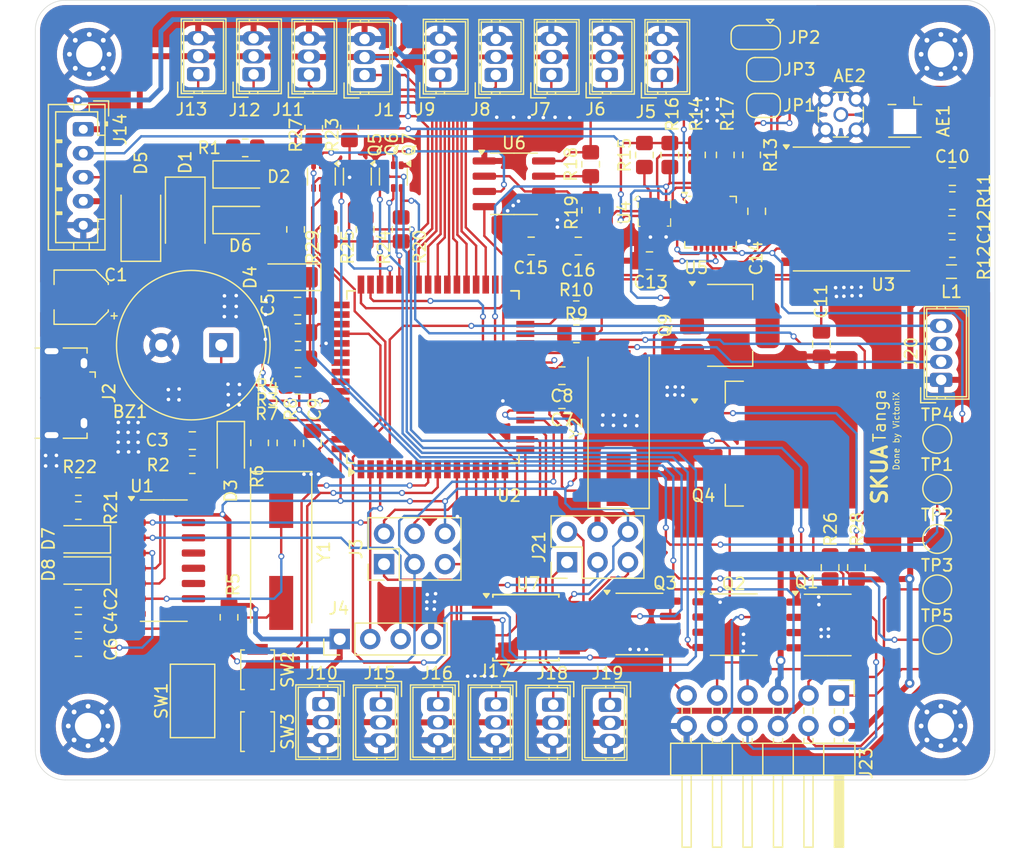
<source format=kicad_pcb>
(kicad_pcb (version 20240108) (generator "pcbnew") (generator_version "8.0")
  (layers (0 "F.Cu" signal) (31 "B.Cu" signal) (34 "B.Paste" user) (35 "F.Paste" user) (36 "B.SilkS" user "B.Silkscreen") (37 "F.SilkS" user "F.Silkscreen") (38 "B.Mask" user) (39 "F.Mask" user) (44 "Edge.Cuts" user))
  (net 0 "")
  (net 1 "Net-(AE1-A)")
  (net 2 "Net-(BZ1-+)")
  (net 3 "+5V")
  (net 4 "Net-(U1-XI)")
  (net 5 "Net-(U1-VCC)")
  (net 6 "Net-(U1-XO)")
  (net 7 "/Control UNIT/bat_level")
  (net 8 "Net-(U1-V3)")
  (net 9 "Net-(U2-XTAL2)")
  (net 10 "Net-(U2-XTAL1)")
  (net 11 "Net-(U2-AREF)")
  (net 12 "Net-(U3-Vcc_RF)")
  (net 13 "Net-(U3-RF_IN)")
  (net 14 "Net-(U5-REGOUT)")
  (net 15 "Net-(U5-CPOUT)")
  (net 16 "Net-(U6-CV)")
  (net 17 "Net-(U6-THR)")
  (net 18 "Net-(D1-A)")
  (net 19 "Net-(D2-A)")
  (net 20 "Net-(D3-A)")
  (net 21 "Net-(D5-A)")
  (net 22 "Net-(D6-A)")
  (net 23 "Net-(D7-A)")
  (net 24 "/Control UNIT/RXD")
  (net 25 "Net-(D8-A)")
  (net 26 "/Control UNIT/TXD")
  (net 27 "/Control UNIT/servo1")
  (net 28 "+12V")
  (net 29 "Net-(J2-D-)")
  (net 30 "Net-(J2-D+)")
  (net 32 "/Control UNIT/MOSI")
  (net 33 "/Control UNIT/MISO")
  (net 34 "/Control UNIT/SCLK")
  (net 35 "/Control UNIT/reset")
  (net 36 "/Control UNIT/ESC1")
  (net 37 "/Control UNIT/ESC2")
  (net 38 "/Control UNIT/ESC3")
  (net 39 "/Control UNIT/ESC4")
  (net 40 "/Control UNIT/ESC5")
  (net 41 "/Control UNIT/servo2")
  (net 42 "/Control UNIT/servo3")
  (net 43 "/Control UNIT/servo4")
  (net 44 "+3V3")
  (net 45 "/Control UNIT/COM_Tx")
  (net 46 "/Control UNIT/COM_int")
  (net 47 "/Control UNIT/COM_Rx")
  (net 48 "/Sensor UNIT/FSYNC")
  (net 49 "/Sensor UNIT/ADO")
  (net 50 "/Sensor UNIT/CLKIN")
  (net 51 "Net-(L1-Pad1)")
  (net 52 "Net-(U2-PF2)")
  (net 53 "Net-(U2-PF1)")
  (net 54 "Net-(U2-PF0)")
  (net 55 "Net-(U3-TXD0)")
  (net 56 "Net-(U3-RXD0)")
  (net 58 "Net-(U4-CSB)")
  (net 59 "Net-(U6-DIS)")
  (net 60 "/Lighting UNIT/Attiny_MISO")
  (net 61 "/Lighting UNIT/beacon")
  (net 62 "/Lighting UNIT/Attiny_SCLK")
  (net 63 "/Lighting UNIT/nav_red")
  (net 64 "/Lighting UNIT/nav_green")
  (net 65 "/Lighting UNIT/Attiny_MOSI")
  (net 66 "/Lighting UNIT/nav_white")
  (net 67 "/Lighting UNIT/reset")
  (net 68 "Net-(U2-PE6)")
  (net 69 "Net-(U2-PE7)")
  (net 77 "/Control UNIT/prox6")
  (net 78 "/Lighting UNIT/strobe")
  (net 80 "/Lighting UNIT/landing_light")
  (net 82 "/Control UNIT/SDA")
  (net 84 "/Lighting UNIT/front_light")
  (net 85 "/Control UNIT/prox3")
  (net 86 "/Control UNIT/GPS_Rx")
  (net 89 "/Control UNIT/prox4")
  (net 91 "+BATT")
  (net 94 "/Control UNIT/prox2")
  (net 96 "Net-(Q1A-G1)")
  (net 99 "Net-(Q1B-G2)")
  (net 100 "/Control UNIT/SCL")
  (net 101 "/Control UNIT/GPS_Tx")
  (net 102 "Net-(Q2B-G2)")
  (net 103 "/Control UNIT/prox1")
  (net 104 "/Control UNIT/prox5")
  (net 120 "Net-(Q2A-G1)")
  (net 121 "Net-(Q3A-G1)")
  (net 122 "Net-(Q3B-G2)")
  (net 123 "Net-(Q7A-B1)")
  (net 124 "Net-(Q7B-B2)")
  (net 125 "Net-(Q9-B)")
  (net 126 "Net-(Q4-G)")
  (net 127 "/Control UNIT/nav_green_pin")
  (net 128 "/Control UNIT/landing_pin")
  (net 129 "/Control UNIT/strobe_pin")
  (net 130 "/Control UNIT/beacon_pin")
  (net 131 "/Control UNIT/nav_red_pin")
  (net 132 "/Control UNIT/nav_white_pin")
  (net 133 "/Control UNIT/front_pin")
  (footprint "Connector_Coaxial:U.FL_Hirose_U.FL-R-SMT-1_Vertical" (layer "F.Cu") (at 180 72.075 -90)
    (property "Reference" "AE1")
    (property "Value" "Anten.")
  )
  (footprint "Connector_PinHeader_2.54mm:PinHeader_2x03_P2.54mm_Vertical" (layer "F.Cu") (at 151.83 109.35 90)
    (property "Reference" "J21")
    (property "Value" "SPI")
  )
  (footprint "RF_GPS:SIM28ML" (layer "F.Cu") (at 175.55 79.9)
    (property "Reference" "U3")
    (property "Value" "SIM28ML")
  )
  (footprint "Connector_Wuerth:Wuerth_WR-WTB_64800311622_1x03_P1.50mm_Vertical" (layer "F.Cu") (at 141.09 121.19 -90)
    (property "Reference" "J16")
    (property "Value" "Proximity")
  )
  (footprint "Capacitor_SMD:C_0805_2012Metric_Pad1.18x1.45mm_HandSolder" (layer "F.Cu") (at 183.95 77.2)
    (property "Reference" "C10")
    (property "Value" "100nF")
  )
  (footprint "TestPoint:TestPoint_Pad_D2.0mm" (layer "F.Cu") (at 182.69 115.81)
    (property "Reference" "TP5")
    (property "Value" "BT level")
  )
  (footprint "Package_SO:SO-8_3.9x4.9mm_P1.27mm" (layer "F.Cu") (at 157.865 114.495)
    (property "Reference" "Q3")
    (property "Value" "IRF7380")
  )
  (footprint "Resistor_SMD:R_0805_2012Metric_Pad1.20x1.40mm_HandSolder" (layer "F.Cu") (at 129.4 94.6)
    (property "Reference" "R7")
    (property "Value" "330")
  )
  (footprint "TestPoint:TestPoint_Pad_D2.0mm" (layer "F.Cu") (at 182.69 103.21)
    (property "Reference" "TP1")
    (property "Value" "Battery")
  )
  (footprint "Connector_Wuerth:Wuerth_WR-WTB_64800311622_1x03_P1.50mm_Vertical" (layer "F.Cu") (at 145.89 68.72 90)
    (property "Reference" "J8")
    (property "Value" "ESC")
  )
  (footprint "Connector_PinHeader_2.54mm:PinHeader_2x03_P2.54mm_Vertical" (layer "F.Cu") (at 136.575 109.505 90)
    (property "Reference" "J3")
    (property "Value" "SPI")
  )
  (footprint "Connector_Wuerth:Wuerth_WR-WTB_64800411622_1x04_P1.50mm_Vertical" (layer "F.Cu") (at 183.02 94.14 90)
    (property "Reference" "J20")
    (property "Value" "Communication")
  )
  (footprint "LED_SMD:LED_1206_3216Metric" (layer "F.Cu") (at 124.6 77.02)
    (property "Reference" "D2")
    (property "Value" "LED")
  )
  (footprint "Resistor_SMD:R_0805_2012Metric_Pad1.20x1.40mm_HandSolder" (layer "F.Cu") (at 173.76 109.775 90)
    (property "Reference" "R26")
    (property "Value" "10k")
  )
  (footprint "Jumper:SolderJumper-2_P1.3mm_Open_RoundedPad1.0x1.5mm" (layer "F.Cu") (at 168.21 71.27)
    (property "Reference" "JP1")
    (property "Value" "FSYNC")
  )
  (footprint "Capacitor_SMD:C_0805_2012Metric_Pad1.18x1.45mm_HandSolder" (layer "F.Cu") (at 152.77 82.99)
    (property "Reference" "C16")
    (property "Value" "10uF")
  )
  (footprint "Resistor_SMD:R_0805_2012Metric_Pad1.20x1.40mm_HandSolder" (layer "F.Cu") (at 125 74.8 180)
    (property "Reference" "R1")
    (property "Value" "6.2k")
  )
  (footprint "Capacitor_SMD:C_0805_2012Metric_Pad1.18x1.45mm_HandSolder" (layer "F.Cu") (at 167.64 80.09 90)
    (property "Reference" "C14")
    (property "Value" "NC")
  )
  (footprint "Button_Switch_SMD:SW_SPST_B3U-1000P" (layer "F.Cu") (at 126.03 123.47 -90)
    (property "Reference" "SW3")
    (property "Value" "BTN2")
  )
  (footprint "Diode_SMD:D_SMA" (layer "F.Cu") (at 120 80.75 -90)
    (property "Reference" "D1")
    (property "Value" "SS32")
  )
  (footprint "Button_Switch_SMD:SW_SPST_B3U-1000P" (layer "F.Cu") (at 126.03 118.31 -90)
    (property "Reference" "SW2")
    (property "Value" "BTN1")
  )
  (footprint "Resistor_SMD:R_0805_2012Metric_Pad1.20x1.40mm_HandSolder" (layer "F.Cu") (at 120.59 101.21)
    (property "Reference" "R2")
    (property "Value" "10")
  )
  (footprint "Capacitor_SMD:C_0805_2012Metric_Pad1.18x1.45mm_HandSolder" (layer "F.Cu") (at 148.84 82.98)
    (property "Reference" "C15")
    (property "Value" "0.01uF")
  )
  (footprint "Resistor_SMD:R_0805_2012Metric_Pad1.20x1.40mm_HandSolder" (layer "F.Cu") (at 123.65 113.94 -90)
    (property "Reference" "R5")
    (property "Value" "10k")
  )
  (footprint "Resistor_SMD:R_0805_2012Metric_Pad1.20x1.40mm_HandSolder" (layer "F.Cu") (at 153.8 80 90)
    (property "Reference" "R19")
    (property "Value" "72k")
  )
  (footprint "MountingHole:MountingHole_2.2mm_M2_Pad_Via" (layer "F.Cu") (at 183 67)
    (property "Reference" "H1" (hide yes))
    (property "Value" "MountingHole_Pad")
  )
  (footprint "Resistor_SMD:R_0805_2012Metric_Pad1.20x1.40mm_HandSolder" (layer "F.Cu") (at 133.69 73.15 90)
    (property "Reference" "R23")
    (property "Value" "10k")
  )
  (footprint "Package_TO_SOT_SMD:SOT-363_SC-70-6" (layer "F.Cu") (at 137.35 77.2 -90)
    (property "Reference" "Q7")
    (property "Value" "UMH3N")
  )
  (footprint "LED_SMD:LED_1206_3216Metric" (layer "F.Cu") (at 123.8 99.9 -90)
    (property "Reference" "D3")
    (property "Value" "Error Ind.")
  )
  (footprint "Resistor_SMD:R_0805_2012Metric_Pad1.20x1.40mm_HandSolder" (layer "F.Cu") (at 129.2 81.6 -90)
    (property "Reference" "R29")
    (property "Value" "10k")
  )
  (footprint "Connector_PinHeader_2.54mm:PinHeader_2x06_P2.54mm_Horizontal" (layer "F.Cu") (at 174.5 120.46 -90)
    (property "Reference" "J23")
    (property "Value" "Lights connectors")
  )
  (footprint "Resistor_SMD:R_0805_2012Metric_Pad1.20x1.40mm_HandSolder" (layer "F.Cu") (at 167.22 75.39 90)
    (property "Reference" "R13")
    (property "Value" "10k")
  )
  (footprint "Resistor_SMD:R_0805_2012Metric_Pad1.20x1.40mm_HandSolder" (layer "F.Cu") (at 183.95 79.2)
    (property "Reference" "R11")
    (property "Value" "10")
  )
  (footprint "Resistor_SMD:R_0805_2012Metric_Pad1.20x1.40mm_HandSolder" (layer "F.Cu") (at 132 81.6 -90)
    (property "Reference" "R25")
    (property "Value" "10k")
  )
  (footprint "Capacitor_SMD:C_0805_2012Metric_Pad1.18x1.45mm_HandSolder" (layer "F.Cu") (at 111.0875 116.46 180)
    (property "Reference" "C6")
    (property "Value" "1nF")
  )
  (footprint "Connector_USB:USB_Micro-B_Amphenol_10118194_Horizontal" (layer "F.Cu") (at 110.155 95.25 -90)
    (property "Reference" "J2")
    (property "Value" "USB")
  )
  (footprint "TestPoint:TestPoint_Pad_D2.0mm" (layer "F.Cu") (at 182.69 107.41)
    (property "Reference" "TP2")
    (property "Value" "12V")
  )
  (footprint "Connector_Wuerth:Wuerth_WR-WTB_64800311622_1x03_P1.50mm_Vertical" (layer "F.Cu") (at 131.53 121.18 -90)
    (property "Reference" "J10")
    (property "Value" "Proximity")
  )
  (footprint "Connector_JST:JST_PH_B5B-PH-K_1x05_P2.00mm_Vertical" (layer "F.Cu") (at 111.5 73.25 -90)
    (property "Reference" "J14")
    (property "Value" "POWER")
  )
  (footprint "Capacitor_SMD:C_0805_2012Metric_Pad1.18x1.45mm_HandSolder" (layer "F.Cu") (at 151.4 95.8 180)
    (property "Reference" "C7")
    (property "Value" "22pF")
  )
  (footprint "Diode_SMD:D_SMA" (layer "F.Cu") (at 116.3 80.75 90)
    (property "Reference" "D5")
    (property "Value" "SS32")
  )
  (footprint "MountingHole:MountingHole_2.2mm_M2_Pad_Via" (layer "F.Cu") (at 111.9 123)
    (property "Reference" "H3" (hide yes))
    (property "Value" "MountingHole_Pad")
  )
  (footprint "Connector_PinHeader_2.54mm:PinHeader_1x04_P2.54mm_Vertical" (layer "F.Cu") (at 132.88 115.75 90)
    (property "Reference" "J4")
    (property "Value" "UART")
  )
  (footprint "Package_SO:SOIC-16_3.9x9.9mm_P1.27mm" (layer "F.Cu") (at 118.21 109.215)
    (property "Reference" "U1")
    (property "Value" "CH340G")
  )
  (footprint "TestPoint:TestPoint_Pad_D2.0mm" (layer "F.Cu") (at 182.69 111.61)
    (property "Reference" "TP3")
    (property "Value" "5V")
  )
  (footprint "Resistor_SMD:R_0805_2012Metric_Pad1.20x1.40mm_HandSolder" (layer "F.Cu") (at 138 81.6 -90)
    (property "Reference" "R20")
    (property "Value" "10k")
  )
  (footprint "Connector_Wuerth:Wuerth_WR-WTB_64800311622_1x03_P1.50mm_Vertical" (layer "F.Cu") (at 150.52 68.72 90)
    (property "Reference" "J7")
    (property "Value" "ESC")
  )
  (footprint "Package_TO_SOT_SMD:SOT-223-3_TabPin2" (layer "F.Cu") (at 165.4 89.6)
    (property "Reference" "Q9")
    (property "Value" "PZT2222A")
  )
  (footprint "Connector_Wuerth:Wuerth_WR-WTB_64800311622_1x03_P1.50mm_Vertical" (layer "F.Cu") (at 130.31 68.69 90)
    (property "Reference" "J11")
    (property "Value" "Servo")
  )
  (footprint "Connector_Wuerth:Wuerth_WR-WTB_64800311622_1x03_P1.50mm_Vertical" (layer "F.Cu") (at 136.32 121.2 -90)
    (property "Reference" "J15")
    (property "Value" "Proximity")
  )
  (footprint "Resistor_SMD:R_0805_2012Metric_Pad1.20x1.40mm_HandSolder" (layer "F.Cu") (at 129.4 92.4)
    (property "Reference" "R3")
    (property "Value" "47k")
  )
  (footprint "Package_SO:SOIC-8W_5.3x5.3mm_P1.27mm" (layer "F.Cu") (at 148.4 114.8)
    (property "Reference" "U7")
    (property "Value" "ATtiny85-20S")
  )
  (footprint "Capacitor_SMD:CP_Elec_4x3" (layer "F.Cu") (at 111.325 87.25 180)
    (property "Reference" "C1")
    (property "Value" "10uF")
  )
  (footprint "Capacitor_SMD:C_0805_2012Metric_Pad1.18x1.45mm_HandSolder" (layer "F.Cu") (at 120.59 99.21)
    (property "Reference" "C3")
    (property "Value" "0.47uF")
  )
  (footprint "Package_SO:SO-8_3.9x4.9mm_P1.27mm" (layer "F.Cu") (at 173.56 114.575)
    (property "Reference" "Q1")
    (property "Value" "IRF7380")
  )
  (footprint "Resistor_SMD:R_0805_2012Metric_Pad1.20x1.40mm_HandSolder" (layer "F.Cu") (at 135 81.6 -90)
    (property "Reference" "R24")
    (property "Value" "10k")
  )
  (footprint "Connector_Wuerth:Wuerth_WR-WTB_64800311622_1x03_P1.50mm_Vertical" (layer "F.Cu") (at 150.68 121.22 -90)
    (property "Reference" "J18")
    (property "Value" "Proximity")
  )
  (footprint "Resistor_SMD:R_0805_2012Metric_Pad1.20x1.40mm_HandSolder" (layer "F.Cu") (at 129.4 90.2 180)
    (property "Reference" "R4")
    (property "Value" "4.7k")
  )
  (footprint "Connector_Wuerth:Wuerth_WR-WTB_64800311622_1x03_P1.50mm_Vertical" (layer "F.Cu") (at 141.26 68.7 90)
    (property "Reference" "J9")
    (property "Value" "ESC")
  )
  (footprint "Package_TO_SOT_SMD:SOT-363_SC-70-6" (layer "F.Cu") (at 134.35 77.2 -90)
    (property "Reference" "Q6")
    (property "Value" "UMH3N")
  )
  (footprint "Package_SO:SO-8_3.9x4.9mm_P1.27mm" (layer "F.Cu") (at 165.73 114.55)
    (property "Reference" "Q2")
    (property "Value" "IRF7380")
  )
  (footprint "Resistor_SMD:R_0805_2012Metric_Pad1.20x1.40mm_HandSolder" (layer "F.Cu") (at 160.4 75.4 90)
    (property "Reference" "R16")
    (property "Value" "10k")
  )
  (footprint "Resistor_SMD:R_0805_2012Metric_Pad1.20x1.40mm_HandSolder" (layer "F.Cu") (at 183.95 83.2)
    (property "Reference" "R12")
    (property "Value" "0")
  )
  (footprint "Resistor_SMD:R_0805_2012Metric_Pad1.20x1.40mm_HandSolder" (layer "F.Cu") (at 165.02 75.39 90)
    (property "Reference" "R17")
    (property "Value" "10k")
  )
  (footprint "Resistor_SMD:R_0805_2012Metric_Pad1.20x1.40mm_HandSolder" (layer "F.Cu") (at 158.28 75.4 90)
    (property "Reference" "R15")
    (property "Value" "10k")
  )
  (footprint "Sensor_Motion:InvenSense_QFN-24_4x4mm_P0.5mm" (layer "F.Cu") (at 163.79 81)
    (property "Reference" "U5")
    (property "Value" "MPU-9150")
  )
  (footprint "Connector_Wuerth:Wuerth_WR-WTB_64800311622_1x03_P1.50mm_Vertical" (layer "F.Cu") (at 159.74 68.72 90)
    (property "Reference" "J5")
    (property "Value" "ESC")
  )
  (footprint "Resistor_SMD:R_0805_2012Metric_Pad1.20x1.40mm_HandSolder" (layer "F.Cu") (at 175.96 109.775 -90)
    (property "Reference" "R28")
    (property "Value" "10k")
  )
  (footprint "LED_SMD:LED_1206_3216Metric" (layer "F.Cu") (at 111.485 110.04 180)
    (property "Reference" "D8")
    (property "Value" "TX_LED")
  )
  (footprint "TestPoint:TestPoint_Pad_D2.0mm" (layer "F.Cu") (at 182.69 99.06)
    (property "Reference" "TP4")
    (property "Value" "3V3")
  )
  (footprint "Capacitor_SMD:C_0805_2012Metric_Pad1.18x1.45mm_HandSolder" (layer "F.Cu") (at 183.9125 81.2)
    (property "Reference" "C12")
    (property "Value" "NC")
  )
  (footprint "Connector_Wuerth:Wuerth_WR-WTB_64800311622_1x03_P1.50mm_Vertical" (layer "F.Cu") (at 145.9 121.2 -90)
    (property "Reference" "J17")
    (property "Value" "Proximity")
  )
  (footprint "Connector_Wuerth:Wuerth_WR-WTB_64800311622_1x03_P1.50mm_Vertical" (layer "F.Cu") (at 125.7 68.67 90)
    (property "Reference" "J12")
    (property "Value" "Servo")
  )
  (footprint "Resistor_SMD:R_0805_2012Metric_Pad1.20x1.40mm_HandSolder" (layer "F.Cu") (at 153.8 76.17 90)
    (property "Reference" "R18")
    (property "Value" "10k")
  )
  (footprint "Crystal:Crystal_SMD_HC49-SD" (layer "F.Cu") (at 156.13 98.16 90)
    (property "Reference" "Y2")
    (property "Value" "16MHz")
  )
  (footprint "Package_LGA:Bosch_LGA-8_2x2.5mm_P0.65mm_ClockwisePinNumbering" (layer "F.Cu") (at 159.115 80.25)
    (property "Reference" "U4")
    (property "Value" "BMP280")
  )
  (footprint "Capacitor_SMD:C_0805_2012Metric_Pad1.18x1.45mm_HandSolder" (layer "F.Cu") (at 129.3625 88)
    (property "Reference" "C5")
    (property "Value" "0.1uF")
  )
  (footprint "Connector_Coaxial:MMCX_Molex_73415-1471_Vertical" (layer "F.Cu") (at 174.66 72.03)
    (property "Reference" "AE2")
    (property "Value" "Antenna")
  )
  (footprint "Connector_Wuerth:Wuerth_WR-WTB_64800311622_1x03_P1.50mm_Vertical" (layer "F.Cu") (at 155.41 121.24 -90)
    (property "Reference" "J19")
    (property "Value" "Proximity")
  )
  (footprint "Connector_Wuerth:Wuerth_WR-WTB_64800311622_1x03_P1.50mm_Vertical" (layer "F.Cu") (at 134.95 68.73 90)
    (property "Reference" "J1")
    (property "Value" "Servo")
  )
  (footprint "MountingHole:MountingHole_2.2mm_M2_Pad_Via" (layer "F.Cu") (at 183 123)
    (property "Reference" "H4" (hide yes))
    (property "Value" "MountingHole_Pad")
  )
  (footprint "Capacitor_SMD:C_0805_2012Metric_Pad1.18x1.45mm_HandSolder" (layer "F.Cu") (at 111.085 114.44)
    (property "Reference" "C4")
    (property "Value" "22pF")
  )
  (footprint "Capacitor_SMD:C_0805_2012Metric_Pad1.18x1.45mm_HandSolder" (layer "F.Cu") (at 173.04 91.16 90)
    (property "Reference" "C11")
    (property "Value" "NC")
  )
  (footprint "Diode_SMD:D_MiniMELF" (layer "F.Cu") (at 128.6475 85.59 180)
    (property "Reference" "D4")
    (property "Value" "BZV55B5V1")
  )
  (footprint "Package_QFP:TQFP-64_14x14mm_P0.8mm" (layer "F.Cu") (at 140.65 93.9 90)
    (property "Reference" "U2")
    (property "Value" "ATmega2561-16A")
  )
  (footprint "Resistor_SMD:R_0805_2012Metric_Pad1.20x1.40mm_HandSolder" (layer "F.Cu") (at 111.085 103.04)
    (property "Reference" "R22")
    (property "Value" "470")
  )
  (footprint "Resistor_SMD:R_0805_2012Metric_Pad1.20x1.40mm_HandSolder" (layer "F.Cu") (at 126.2 99.4 90)
    (property "Reference" "R6")
    (property "Value" "330")
  )
  (footprint "Capacitor_SMD:C_0805_2012Metric_Pad1.18x1.45mm_HandSolder" (layer "F.Cu") (at 111.085 112.38)
    (property "Reference" "C2")
    (property "Value" "22pF")
  )
  (footprint "Package_SO:SOIC-8_3.9x4.9mm_P1.27mm" (layer "F.Cu") (at 147.41 77.8)
    (property "Reference" "U6")
    (property "Value" "NE555D")
  )
  (footprint "Jumper:SolderJumper-3_P1.3mm_Open_RoundedPad1.0x1.5mm" (layer "F.Cu") (at 167.56 65.6 180)
    (property "Reference" "JP2")
    (property "Value" "IMU Addr.")
  )
  (footprint "Button_Switch_SMD:SW_SPST_CK_RS282G05A3" (layer "F.Cu") (at 120.61 120.91 90)
    (property "Reference" "SW1")
    (property "Value" "Reset BTN")
  )
  (footprint "Crystal:Crystal_SMD_HC49-SD" (layer "F.Cu") (at 128 108.49 -90)
    (property "Reference" "Y1")
    (property "Value" "12MHz")
  )
  (footprint "Buzzer_Beeper:Buzzer_TDK_PS1240P02BT_D12.2mm_H6.5mm" (layer "F.Cu") (at 123 91.25 180)
    (property "Reference" "BZ1")
    (property "Value" "Buzzer")
  )
  (footprint "Resistor_SMD:R_0805_2012Metric_Pad1.20x1.40mm_HandSolder" (layer "F.Cu") (at 130.71 73.17 90)
    (property "Reference" "R27")
    (property "Value" "10k")
  )
  (footprint "Jumper:SolderJumper-2_P1.3mm_Open_RoundedPad1.0x1.5mm" (layer "F.Cu") (at 168.21 68.27 180)
    (property "Reference" "JP3")
    (property "Value" "CLKIN")
  )
  (footprint "Capacitor_SMD:C_0805_2012Metric_Pad1.18x1.45mm_HandSolder" (layer "F.Cu") (at 151.4 93.8 180)
    (property "Reference" "C8")
    (property "Value" "22pF")
  )
  (footprint "LED_SMD:LED_1206_3216Metric" (layer "F.Cu") (at 124.6 80.82)
    (property "Reference" "D6")
    (property "Value" "Power Ind.")
  )
  (footprint "MountingHole:MountingHole_2.2mm_M2_Pad_Via" (layer "F.Cu") (at 112 67)
    (property "Reference" "H2" (hide yes))
    (property "Value" "MountingHole_Pad")
  )
  (footprint "Resistor_SMD:R_0805_2012Metric_Pad1.20x1.40mm_HandSolder" (layer "F.Cu") (at 152.6 88.3)
    (property "Reference" "R10")
    (property "Value" "100")
  )
  (footprint "Package_TO_SOT_SMD:SOT-363_SC-70-6" (layer "F.Cu") (at 131.35 77.2 -90)
    (property "Reference" "Q5")
    (property "Value" "UMH3N")
  )
  (footprint "Resistor_SMD:R_0805_2012Metric_Pad1.20x1.40mm_HandSolder" (layer "F.Cu") (at 128.4 99.4 -90)
    (property "Reference" "R8")
    (property "Value" "100")
  )
  (footprint "Package_TO_SOT_SMD:TO-263-2" (layer "F.Cu") (at 169.85 99.46)
    (property "Reference" "Q4")
    (property "Value" "IRF540NS")
  )
  (footprint "Resistor_SMD:R_0805_2012Metric_Pad1.20x1.40mm_HandSolder" (layer "F.Cu") (at 162.62 75.39 90)
    (property "Reference" "R14")
    (property "Value" "10k")
  )
  (footprint "Capacitor_SMD:C_0805_2012Metric_Pad1.18x1.45mm_HandSolder" (layer "F.Cu") (at 130.6 99.4375 90)
    (property "Reference" "C9")
    (property "Value" "100nF")
  )
  (footprint "Connector_Wuerth:Wuerth_WR-WTB_64800311622_1x03_P1.50mm_Vertical" (layer "F.Cu") (at 155.13 68.71 90)
    (property "Reference" "J6")
    (property "Value" "ESC")
  )
  (footprint "Connector_Wuerth:Wuerth_WR-WTB_64800311622_1x03_P1.50mm_Vertical" (layer "F.Cu") (at 121.08 68.66 90)
    (property "Reference" "J13")
    (property "Value" "Servo")
  )
  (footprint "Resistor_SMD:R_0805_2012Metric_Pad1.20x1.40mm_HandSolder" (layer "F.Cu") (at 152.61 90.31)
    (property "Reference" "R9")
    (property "Value" "100")
  )
  (footprint "Capacitor_SMD:C_0805_2012Metric_Pad1.18x1.45mm_HandSolder" (layer "F.Cu") (at 158.7025 84.21)
    (property "Reference" "C13")
    (property "Value" "NC")
  )
  (footprint "Inductor_SMD:L_0805_2012Metric_Pad1.05x1.20mm_HandSolder" (layer "F.Cu") (at 183.88 85.12)
    (property "Reference" "L1")
    (property "Value" "27nH")
  )
  (footprint "Resistor_SMD:R_0805_2012Metric_Pad1.20x1.40mm_HandSolder" (layer "F.Cu") (at 111.085 105.04)
    (property "Reference" "R21")
    (property "Value" "470")
  )
  (footprint "LED_SMD:LED_1206_3216Metric" (layer "F.Cu") (at 111.485 107.44 180)
    (property "Reference" "D7")
    (property "Value" "RX_LED")
  )
  (gr_line (start 110 62.5) (end 185 62.5) (stroke (width 0.05)) (layer "Edge.Cuts"))
  (gr_arc (start 110 127.5) (mid 108.232233 126.767767) (end 107.5 125) (stroke (width 0.05)) (layer "Edge.Cuts"))
  (gr_arc (start 107.5 65) (mid 108.232233 63.232233) (end 110 62.5) (stroke (width 0.05)) (layer "Edge.Cuts"))
  (gr_line (start 107.5 125) (end 107.5 65) (stroke (width 0.05)) (layer "Edge.Cuts"))
  (gr_arc (start 185 62.5) (mid 186.767767 63.232233) (end 187.5 65) (stroke (width 0.05)) (layer "Edge.Cuts"))
  (gr_line (start 185 127.5) (end 110 127.5) (stroke (width 0.05)) (layer "Edge.Cuts"))
  (gr_arc (start 187.5 125) (mid 186.767767 126.767767) (end 185 127.5) (stroke (width 0.05)) (layer "Edge.Cuts"))
  (gr_line (start 187.5 65) (end 187.5 125) (stroke (width 0.05)) (layer "Edge.Cuts"))
  (gr_text "SKUA" (at 178.63 104.67 90) (layer "F.SilkS") (effects (font (size 1.27 1.27) (thickness 0.254) (bold yes)) (justify left bottom)))
  (gr_text "Tanga" (at 178.48 99.44 90) (layer "F.SilkS") (effects (font (size 1.016 1.016) (thickness 0.127)) (justify left bottom)))
  (gr_text "Done by VictoniX" (at 179.58 101.73 90) (layer "F.SilkS") (effects (font (size 0.508 0.508) (thickness 0.0762)) (justify left bottom)))
  (segment (start 177.635 71.025) (end 180 71.025) (width 0.2) (layer "F.Cu") (net 1))
  (segment (start 185.64 81.2) (end 185.95 80.89) (width 0.2) (layer "F.Cu") (net 1))
  (segment (start 184.95 81.2) (end 185.64 81.2) (width 0.2) (layer "F.Cu") (net 1))
  (segment (start 185.95 80.89) (end 185.95 71.76) (width 0.2) (layer "F.Cu") (net 1))
  (segment (start 184.95 81.2) (end 184.95 83.2) (width 0.2) (layer "F.Cu") (net 1))
  (segment (start 185.215 71.025) (end 180 71.025) (width 0.2) (layer "F.Cu") (net 1))
  (segment (start 185.03 83.28) (end 184.95 83.2) (width 0.2) (layer "F.Cu") (net 1))
  (segment (start 176.62 72.04) (end 177.635 71.025) (width 0.2) (layer "F.Cu") (net 1))
  (segment (start 174.66 72.03) (end 174.67 72.04) (width 0.2) (layer "F.Cu") (net 1))
  (segment (start 185.03 85.12) (end 185.03 83.28) (width 0.2) (layer "F.Cu") (net 1))
  (segment (start 185.95 71.76) (end 185.215 71.025) (width 0.2) (layer "F.Cu") (net 1))
  (segment (start 174.67 72.04) (end 176.62 72.04) (width 0.2) (layer "F.Cu") (net 1))
  (segment (start 122.55 102.01) (end 122.55 93.74) (width 0.2) (layer "F.Cu") (net 2))
  (segment (start 122.55 93.74) (end 123 93.29) (width 0.2) (layer "F.Cu") (net 2))
  (segment (start 123 93.29) (end 123 91.25) (width 0.2) (layer "F.Cu") (net 2))
  (segment (start 128.4 101.13) (end 128.03 101.5) (width 0.2) (layer "F.Cu") (net 2))
  (segment (start 123.13 102.59) (end 122.55 102.01) (width 0.2) (layer "F.Cu") (net 2))
  (segment (start 128.4 100.4) (end 128.4 101.13) (width 0.2) (layer "F.Cu") (net 2))
  (segment (start 124.74 102.59) (end 123.13 102.59) (width 0.2) (layer "F.Cu") (net 2))
  (segment (start 128.03 101.5) (end 125.83 101.5) (width 0.2) (layer "F.Cu") (net 2))
  (segment (start 125.83 101.5) (end 124.74 102.59) (width 0.2) (layer "F.Cu") (net 2))
  (segment (start 151.405 75.895) (end 152.13 75.17) (width 0.2) (layer "F.Cu") (net 3))
  (segment (start 152.05 112.37) (end 152.43 111.99) (width 0.2) (layer "F.Cu") (net 3))
  (segment (start 152.13 102.78) (end 152.57 102.34) (width 0.2) (layer "F.Cu") (net 3))
  (segment (start 118.79 78.75) (end 118.18 79.36) (width 0.4) (layer "F.Cu") (net 3))
  (segment (start 149.885 75.895) (end 151.405 75.895) (width 0.2) (layer "F.Cu") (net 3))
  (segment (start 133.92 99.9) (end 132.95 99.9) (width 0.2) (layer "F.Cu") (net 3))
  (segment (start 141.09 122.69) (end 144.98 122.69) (width 0.5) (layer "F.Cu") (net 3))
  (segment (start 132.88 117.35) (end 132.88 115.75) (width 0.5) (layer "F.Cu") (net 3))
  (segment (start 119.58 101.21) (end 119.59 101.21) (width 0.2) (layer "F.Cu") (net 3))
  (segment (start 158.14 79.42) (end 157.77 79.05) (width 0.2) (layer "F.Cu") (net 3))
  (segment (start 131.975 99.1) (end 130.6 100.475) (width 0.2) (layer "F.Cu") (net 3))
  (segment (start 121.65 88.49) (end 121.65 79.23) (width 0.4) (layer "F.Cu") (net 3))
  (segment (start 119.26 105.39) (end 119.26 105.385) (width 0.4) (layer "F.Cu") (net 3))
  (segment (start 160.8 67.22) (end 161.09 67.51) (width 0.2) (layer "F.Cu") (net 3))
  (segment (start 171.96 119.3) (end 171.96 120.46) (width 0.2) (layer "F.Cu") (net 3))
  (segment (start 131.138529 77.33) (end 131.8 77.33) (width 0.2) (layer "F.Cu") (net 3))
  (segment (start 119.59 101.21) (end 120.58 100.22) (width 0.4) (layer "F.Cu") (net 3))
  (segment (start 135.82 76.77) (end 135.82 76.24) (width 0.2) (layer "F.Cu") (net 3))
  (segment (start 178.25 112.45) (end 178.25 118.21) (width 0.2) (layer "F.Cu") (net 3))
  (segment (start 112.085 103.04) (end 110.34 101.295) (width 0.2) (layer "F.Cu") (net 3))
  (segment (start 160.09 81.05) (end 160.09 82.23) (width 0.2) (layer "F.Cu") (net 3))
  (segment (start 154.39 71.55) (end 153.8 72.14) (width 0.2) (layer "F.Cu") (net 3))
  (segment (start 158.79 81.05) (end 158.79 82.23) (width 0.2) (layer "F.Cu") (net 3))
  (segment (start 150.52 67.22) (end 145.89 67.22) (width 0.4) (layer "F.Cu") (net 3))
  (segment (start 121.65 79.23) (end 121.17 78.75) (width 0.4) (layer "F.Cu") (net 3))
  (segment (start 141.28 67.22) (end 141.26 67.2) (width 0.2) (layer "F.Cu") (net 3))
  (segment (start 136.27 97.55) (end 133.92 99.9) (width 0.2) (layer "F.Cu") (net 3))
  (segment (start 177.55 118.91) (end 172.35 118.91) (width 0.2) (layer "F.Cu") (net 3))
  (segment (start 136.32 122.7) (end 141.08 122.7) (width 0.5) (layer "F.Cu") (net 3))
  (segment (start 155.13 67.21) (end 150.53 67.21) (width 0.4) (layer "F.Cu") (net 3))
  (segment (start 167.5175 81.25) (end 167.64 81.1275) (width 0.2) (layer "F.Cu") (net 3))
  (segment (start 130.7 78.15) (end 130.7 77.768529) (width 0.2) (layer "F.Cu") (net 3))
  (segment (start 152.05 112.895) (end 152.05 112.37) (width 0.2) (layer "F.Cu") (net 3))
  (segment (start 118.18 79.36) (end 118.18 82.31) (width 0.4) (layer "F.Cu") (net 3))
  (segment (start 129.57 120.66) (end 132.88 117.35) (width 0.5) (layer "F.Cu") (net 3))
  (segment (start 115.68 87.25) (end 113.125 87.25) (width 0.4) (layer "F.Cu") (net 3))
  (segment (start 159.74 67.22) (end 155.14 67.22) (width 0.4) (layer "F.Cu") (net 3))
  (segment (start 167.51 80.25) (end 167.64 80.38) (width 0.2) (layer "F.Cu") (net 3))
  (segment (start 170.69 121.73) (end 171.96 120.46) (width 0.5) (layer "F.Cu") (net 3))
  (segment (start 144.98 122.69) (end 145 122.71) (width 0.2) (layer "F.Cu") (net 3))
  (segment (start 167.64 80.38) (end 167.64 81.1275) (width 0.2) (layer "F.Cu") (net 3))
  (segment (start 152.13 75.17) (end 153.8 75.17) (width 0.2) (layer "F.Cu") (net 3))
  (segment (start 132.95 104.23) (end 132.95 99.9) (width 0.2) (layer "F.Cu") (net 3))
  (segment (start 139.115 106.965) (end 139.115 106.065) (width 0.2) (layer "F.Cu") (net 3))
  (segment (start 150.67 122.71) (end 150.68 122.72) (width 0.2) (layer "F.Cu") (net 3))
  (segment (start 120 78.75) (end 118.79 78.75) (width 0.4) (layer "F.Cu") (net 3))
  (segment (start 131.53 122.68) (end 136.3 122.68) (width 0.5) (layer "F.Cu") (net 3))
  (segment (start 110.34 89.48) (end 112.57 87.25) (width 0.2) (layer "F.Cu") (net 3))
  (segment (start 158.16 122.74) (end 159.17 121.73) (width 0.5) (layer "F.Cu") (net 3))
  (segment (start 181.975 82.1) (end 182.875 81.2) (width 0.2) (layer "F.Cu") (net 3))
  (segment (start 145 122.71) (end 150.67 122.71) (width 0.5) (layer "F.Cu") (net 3))
  (segment (start 158.79 82.23) (end 158.78 82.24) (width 0.2) (layer "F.Cu") (net 3))
  (segment (start 118.18 82.31) (end 117.74 82.75) (width 0.4) (layer "F.Cu") (net 3))
  (segment (start 123.17 105.39) (end 123.16 105.4) (width 0.3) (layer "F.Cu") (net 3))
  (segment (start 136.27 91.28) (end 136.27 97.55) (width 0.2) (layer "F.Cu") (net 3))
  (segment (start 132.95 91.1) (end 131.74 91.1) (width 0.2) (layer "F.Cu") (net 3))
  (segment (start 109.77 84.32) (end 112.64 84.32) (width 0.4) (layer "F.Cu") (net 3))
  (segment (start 155.14 67.22) (end 155.13 67.21) (width 0.2) (layer "F.Cu") (net 3))
  (segment (start 148.35 95.9) (end 146.48 95.9) (width 0.2) (layer "F.Cu") (net 3))
  (segment (start 159.74 67.22) (end 160.8 67.22) (width 0.2) (layer "F.Cu") (net 3))
  (segment (start 109.17 71.41) (end 109.17 83.72) (width 0.4) (layer "F.Cu") (net 3))
  (segment (start 136.7 78.15) (end 136.7 77.65) (width 0.2) (layer "F.Cu") (net 3))
  (segment (start 161.09 67.51) (end 161.09 70.82) (width 0.2) (layer "F.Cu") (net 3))
  (segment (start 119.27 105.4) (end 119.26 105.39) (width 0.3) (layer "F.Cu") (net 3))
  (segment (start 178.25 118.21) (end 177.55 118.91) (width 0.2) (layer "F.Cu") (net 3))
  (segment (start 179.09 111.61) (end 178.25 112.45) (width 0.2) (layer "F.Cu") (net 3))
  (segment (start 123.65 105.87) (end 123.17 105.39) (width 0.4) (layer "F.Cu") (net 3))
  (segment (start 131.8 77.33) (end 132 77.13) (width 0.2) (layer "F.Cu") (net 3))
  (segment (start 139.64 105.54) (end 142.69 105.54) (width 0.2) (layer "F.Cu") (net 3))
  (segment (start 116.3 82.75) (end 116.3 86.63) (width 0.4) (layer "F.Cu") (net 3))
  (segment (start 110.34 101.295) (end 110.34 89.48) (width 0.2) (layer "F.Cu") (net 3))
  (segment (start 165.74 80.25) (end 165.74 79.75) (width 0.2) (layer "F.Cu") (net 3))
  (segment (start 123.16 105.4) (end 119.27 105.4) (width 0.3) (layer "F.Cu") (net 3))
  (segment (start 150.82 122.72) (end 150.84 122.74) (width 0.2) (layer "F.Cu") (net 3))
  (segment (start 109.77 70.81) (end 109.17 71.41) (width 0.4) (layer "F.Cu") (net 3))
  (segment (start 150.68 122.72) (end 150.82 122.72) (width 0.2) (layer "F.Cu") (net 3))
  (segment (start 129.57 122.37) (end 129.57 120.66) (width 0.5) (layer "F.Cu") (net 3))
  (segment (start 135.29 90.3) (end 136.27 91.28) (width 0.2) (layer "F.Cu") (net 3))
  (segment (start 130.7 77.768529) (end 131.138529 77.33) (width 0.2) (layer "F.Cu") (net 3))
  (segment (start 180.4 82.1) (end 181.975 82.1) (width 0.2) (layer "F.Cu") (net 3))
  (segment (start 159.17 121.73) (end 170.69 121.73) (width 0.5) (layer "F.Cu") (net 3))
  (segment (start 120.58 89.56) (end 121.65 88.49) (width 0.4) (layer "F.Cu") (net 3))
  (segment (start 141.08 122.7) (end 141.09 122.69) (width 0.2) (layer "F.Cu") (net 3))
  (segment (start 123.65 112.94) (end 125.5 112.94) (width 0.4) (layer "F.Cu") (net 3))
  (segment (start 160.36 71.55) (end 154.39 71.55) (width 0.2) (layer "F.Cu") (net 3))
  (segment (start 118.78 104.905) (end 118.78 102.01) (width 0.4) (layer "F.Cu") (net 3))
  (segment (start 165.74 81.25) (end 167.5175 81.25) (width 0.2) (layer "F.Cu") (net 3))
  (segment (start 165.74 80.25) (end 167.51 80.25) (width 0.2) (layer "F.Cu") (net 3))
  (segment (start 146.67 97.05) (end 147.02 96.7) (width 0.2) (layer "F.Cu") (net 3))
  (segment (start 113.125 84.805) (end 113.125 87.25) (width 0.4) (layer "F.Cu") (net 3))
  (segment (start 129.88 122.68) (end 129.57 122.37) (width 0.5) (layer "F.Cu") (net 3))
  (segment (start 112.57 87.25) (end 113.125 87.25) (width 0.2) (layer "F.Cu") (net 3))
  (segment (start 112.64 84.32) (end 113.125 84.805) (width 0.4) (layer "F.Cu") (net 3))
  (segment (start 145.89 67.22) (end 141.28 67.22) (width 0.4) (layer "F.Cu") (net 3))
  (segment (start 109.17 83.72) (end 109.77 84.32) (width 0.4) (layer "F.Cu") (net 3))
  (segment (start 118.78 102.01) (end 119.58 101.21) (width 0.4) (layer "F.Cu") (net 3))
  (segment (start 152.57 102.34) (end 152.57 98.61) (width 0.2) (layer "F.Cu") (net 3))
  (segment (start 116.3 86.63) (end 115.68 87.25) (width 0.4) (layer "F.Cu") (net 3))
  (segment (start 155.41 122.74) (end 158.16 122.74) (width 0.5) (layer "F.Cu") (net 3))
  (segment (start 132.95 99.1) (end 131.975 99.1) (width 0.2) (layer "F.Cu") (net 3))
  (segment (start 119.26 105.385) (end 118.78 104.905) (width 0.4) (layer "F.Cu") (net 3))
  (segment (start 112.085 105.04) (end 112.085 103.04) (width 0.2) (layer "F.Cu") (net 3))
  (segment (start 131.53 122.68) (end 129.88 122.68) (width 0.5) (layer "F.Cu") (net 3))
  (segment (start 136.3 122.68) (end 136.32 122.7) (width 0.2) (layer "F.Cu") (net 3))
  (segment (start 139.115 106.065) (end 139.64 105.54) (width 0.2) (layer "F.Cu") (net 3))
  (segment (start 150.53 67.21) (end 150.52 67.22) (width 0.2) (layer "F.Cu") (net 3))
  (segment (start 111.04 70.81) (end 109.77 70.81) (width 0.4) (layer "F.Cu") (net 3))
  (segment (start 123.65 112.94) (end 123.65 105.87) (width 0.4) (layer "F.Cu") (net 3))
  (segment (start 141.66 104.26) (end 138.73 104.26) (width 0.2) (layer "F.Cu") (net 3))
  (segment (start 153.8 72.14) (end 153.8 75.17) (width 0.2) (layer "F.Cu") (net 3))
  (segment (start 120.58 100.22) (end 120.58 89.56) (width 0.4) (layer "F.Cu") (net 3))
  (segment (start 117.74 82.75) (end 116.3 82.75) (width 0.4) (layer "F.Cu") (net 3))
  (segment (start 136.7 77.65) (end 135.82 76.77) (width 0.2) (layer "F.Cu") (net 3))
  (segment (start 132.95 90.3) (end 135.29 90.3) (width 0.2) (layer "F.Cu") (net 3))
  (segment (start 182.69 111.61) (end 179.09 111.61) (width 0.2) (layer "F.Cu") (net 3))
  (segment (start 147.02 96.7) (end 148.35 96.7) (width 0.2) (layer "F.Cu") (net 3))
  (segment (start 161.09 70.82) (end 160.36 71.55) (width 0.2) (layer "F.Cu") (net 3))
  (segment (start 133.7 78.15) (end 133.7 77.26) (width 0.2) (layer "F.Cu") (net 3))
  (segment (start 158.14 79.45) (end 158.14 79.42) (width 0.2) (layer "F.Cu") (net 3))
  (segment (start 121.17 78.75) (end 120 78.75) (width 0.4) (layer "F.Cu") (net 3))
  (segment (start 132 77.13) (end 132 76.25) (width 0.2) (layer "F.Cu") (net 3))
  (segment (start 150.84 122.74) (end 155.41 122.74) (width 0.5) (layer "F.Cu") (net 3))
  (segment (start 125.5 112.94) (end 125.86 113.3) (width 0.4) (layer "F.Cu") (net 3))
  (segment (start 172.35 118.91) (end 171.96 119.3) (width 0.2) (layer "F.Cu") (net 3))
  (via (at 160.18 95.43) (size 0.5) (drill 0.3) (layers "F.Cu" "B.Cu") (net 3))
  (via (at 175.57 86.43) (size 0.5) (drill 0.3) (layers "F.Cu" "B.Cu") (net 3))
  (via (at 163.52 70.71) (size 0.5) (drill 0.3) (layers "F.Cu" "B.Cu") (net 3))
  (via (at 114.41 99.34) (size 0.5) (drill 0.3) (layers "F.Cu" "B.Cu") (net 3))
  (via (at 163.51 71.62) (size 0.5) (drill 0.3) (layers "F.Cu" "B.Cu") (net 3))
  (via (at 163.52 72.56) (size 0.5) (drill 0.3) (layers "F.Cu" "B.Cu") (net 3))
  (via (at 124.24 88.87) (size 0.5) (drill 0.3) (layers "F.Cu" "B.Cu") (net 3))
  (via (at 152.05 72.28) (size 0.5) (drill 0.3) (layers "F.Cu" "B.Cu") (net 3))
  (via (at 174.91 86.44) (size 0.5) (drill 0.3) (layers "F.Cu" "B.Cu") (net 3))
  (via (at 140.14 112.66) (size 0.5) (drill 0.3) (layers "F.Cu" "B.Cu") (net 3))
  (via (at 124.52 94.53) (size 0.5) (drill 0.3) (layers "F.Cu" "B.Cu") (net 3))
  (via (at 146.67 97.05) (size 0.5) (drill 0.3) (layers "F.Cu" "B.Cu") (net 3))
  (via (at 155.7 97.94) (size 0.5) (drill 0.3) (layers "F.Cu" "B.Cu") (net 3))
  (via (at 166.55 116.12) (size 0.5) (drill 0.3) (layers "F.Cu" "B.Cu") (net 3))
  (via (at 123.59 96.24) (size 0.5) (drill 0.3) (layers "F.Cu" "B.Cu") (net 3))
  (via (at 108.36 100.45) (size 0.5) (drill 0.3) (layers "F.Cu" "B.Cu") (net 3))
  (via (at 119.48 95.81) (size 0.5) (drill 0.3) (layers "F.Cu" "B.Cu") (net 3))
  (via (at 152.43 111.99) (size 0.5) (drill 0.3) (layers "F.Cu" "B.Cu") (net 3))
  (via (at 126.7 88.7) (size 0.5) (drill 0.3) (layers "F.Cu" "B.Cu") (net 3))
  (via (at 157.77 79.05) (size 0.5) (drill 0.3) (layers "F.Cu" "B.Cu") (net 3))
  (via (at 161.48 94.76) (size 0.5) (drill 0.3) (layers "F.Cu" "B.Cu") (net 3))
  (via (at 146.48 95.9) (size 0.5) (drill 0.3) (layers "F.Cu" "B.Cu") (net 3))
  (via (at 114.41 98.51) (size 0.5) (drill 0.3) (layers "F.Cu" "B.Cu") (net 3))
  (via (at 142.69 105.54) (size 0.5) (drill 0.3) (layers "F.Cu" "B.Cu") (net 3))
  (via (at 158.78 82.24) (size 0.5) (drill 0.3) (layers "F.Cu" "B.Cu") (net 3))
  (via (at 148.67 72.26) (size 0.5) (drill 0.3) (layers "F.Cu" "B.Cu") (net 3))
  (via (at 111.04 70.81) (size 0.8) (drill 0.4) (layers "F.Cu" "B.Cu") (net 3))
  (via (at 175.59 87.13) (size 0.5) (drill 0.3) (layers "F.Cu" "B.Cu") (net 3))
  (via (at 115.28 100.15) (size 0.5) (drill 0.3) (layers "F.Cu" "B.Cu") (net 3))
  (via (at 160.09 82.23) (size 0.5) (drill 0.3) (layers "F.Cu" "B.Cu") (net 3))
  (via (at 173.01 114.97) (size 0.5) (drill 0.3) (layers "F.Cu" "B.Cu") (net 3))
  (via (at 116.1 100.15) (size 0.5) (drill 0.3) (layers "F.Cu" "B.Cu") (net 3))
  (via (at 116.07 98.51) (size 0.5) (drill 0.3) (layers "F.Cu" "B.Cu") (net 3))
  (via (at 115.24 98.52) (size 0.5) (drill 0.3) (layers "F.Cu" "B.Cu") (net 3))
  (via (at 149.85 72.28) (size 0.5) (drill 0.3) (layers "F.Cu" "B.Cu") (net 3))
  (via (at 164.36 71.61) (size 0.5) (drill 0.3) (layers "F.Cu" "B.Cu") (net 3))
  (via (at 123.27 87.14) (size 0.5) (drill 0.3) (layers "F.Cu" "B.Cu") (net 3))
  (via (at 131.11 102.01) (size 0.5) (drill 0.3) (layers "F.Cu" "B.Cu") (net 3))
  (via (at 118.59 94.96) (size 0.5) (drill 0.3) (layers "F.Cu" "B.Cu") (net 3))
  (via (at 147.34 79.61) (size 0.5) (drill 0.3) (layers "F.Cu" "B.Cu") (net 3))
  (via (at 156.67 97.1) (size 0.5) (drill 0.3) (layers "F.Cu" "B.Cu") (net 3))
  (via (at 152.13 102.78) (size 0.5) (drill 0.3) (layers "F.Cu" "B.Cu") (net 3))
  (via (at 108.36 101.32) (size 0.5) (drill 0.3) (layers "F.Cu" "B.Cu") (net 3))
  (via (at 116.07 99.35) (size 0.5) (drill 0.3) (layers "F.Cu" "B.Cu") (net 3))
  (via (at 162.59 72.56) (size 0.5) (drill 0.3) (layers "F.Cu" "B.Cu") (net 3))
  (via (at 118.6 95.78) (size 0.5) (drill 0.3) (layers "F.Cu" "B.Cu") (net 3))
  (via (at 135.82 76.24) (size 0.5) (drill 0.3) (layers "F.Cu" "B.Cu") (net 3))
  (via (at 166.52 116.75) (size 0.5) (drill 0.3) (layers "F.Cu" "B.Cu") (net 3))
  (via (at 166.54 115.36) (size 0.5) (drill 0.3) (layers "F.Cu" "B.Cu") (net 3))
  (via (at 123.59 95.37) (size 0.5) (drill 0.3) (layers "F.Cu" "B.Cu") (net 3))
  (via (at 150.83 72.25) (size 0.5) (drill 0.3) (layers "F.Cu" "B.Cu") (net 3))
  (via (at 144.95 118.84) (size 0.5) (drill 0.3) (layers "F.Cu" "B.Cu") (net 3))
  (via (at 160.18 94.76) (size 0.5) (drill 0.3) (layers "F.Cu" "B.Cu") (net 3))
  (via (at 157.64 97.96) (size 0.5) (drill 0.3) (layers "F.Cu" "B.Cu") (net 3))
  (via (at 176.31 87.12) (size 0.5) (drill 0.3) (layers "F.Cu" "B.Cu") (net 3))
  (via (at 155.71 97.08) (size 0.5) (drill 0.3) (layers "F.Cu" "B.Cu") (net 3))
  (via (at 157.81 116.63) (size 0.5) (drill 0.3) (layers "F.Cu" "B.Cu") (net 3))
  (via (at 130.49 102.01) (size 0.5) (drill 0.3) (layers "F.Cu" "B.Cu") (net 3))
  (via (at 146.88 80.05) (size 0.5) (drill 0.3) (layers "F.Cu" "B.Cu") (net 3))
  (via (at 172.81 112.25) (size 0.5) (drill 0.3) (layers "F.Cu" "B.Cu") (net 3))
  (via (at 133.7 77.26) (size 0.5) (drill 0.3) (layers "F.Cu" "B.Cu") (net 3))
  (via (at 132.83 76.09) (size 0.5) (drill 0.3) (layers "F.Cu" "B.Cu") (net 3))
  (via (at 173.62 115.53) (size 0.5) (drill 0.3) (layers "F.Cu" "B.Cu") (net 3))
  (via (at 174.29 87.19) (size 0.5) (drill 0.3) (layers "F.Cu" "B.Cu") (net 3))
  (via (at 132.95 104.23) (size 0.5) (drill 0.3) (layers "F.Cu" "B.Cu") (net 3))
  (via (at 145.59 118.85) (size 0.5) (drill 0.3) (layers "F.Cu" "B.Cu") (net 3))
  (via (at 124.25 88.02) (size 0.5) (drill 0.3) (layers "F.Cu" "B.Cu") (net 3))
  (via (at 123.27 88.03) (size 0.5) (drill 0.3) (layers "F.Cu" "B.Cu") (net 3))
  (via (at 167 82.57) (size 0.5) (drill 0.3) (layers "F.Cu" "B.Cu") (net 3))
  (via (at 124.5 96.23) (size 0.5) (drill 0.3) (layers "F.Cu" "B.Cu") (net 3))
  (via (at 116.07 97.7) (size 0.5) (drill 0.3) (layers "F.Cu" "B.Cu") (net 3))
  (via (at 143.54 118.85) (size 0.5) (drill 0.3) (layers "F.Cu" "B.Cu") (net 3))
  (via (at 114.41 100.15) (size 0.5) (drill 0.3) (layers "F.Cu" "B.Cu") (net 3))
  (via (at 138.73 104.26) (size 0.5) (drill 0.3) (layers "F.Cu" "B.Cu") (net 3))
  (via (at 156.68 97.95) (size 0.5) (drill 0.3) (layers "F.Cu" "B.Cu") (net 3))
  (via (at 162.6 71.63) (size 0.5) (drill 0.3) (layers "F.Cu" "B.Cu") (net 3))
  (via (at 164.36 70.71) (size 0.5) (drill 0.3) (layers "F.Cu" "B.Cu") (net 3))
  (via (at 140.18 112.04) (size 0.5) (drill 0.3) (layers "F.Cu" "B.Cu") (net 3))
  (via (at 157.66 97.14) (size 0.5) (drill 0.3) (layers "F.Cu" "B.Cu") (net 3))
  (via (at 147.37 72.25) (size 0.5) (drill 0.3) (layers "F.Cu" "B.Cu") (net 3))
  (via (at 129.9 102.01) (size 0.5) (drill 0.3) (layers "F.Cu" "B.Cu") (net 3))
  (via (at 172.83 112.88) (size 0.5) (drill 0.3) (layers "F.Cu" "B.Cu") (net 3))
  (via (at 160.82 95.39) (size 0.5) (drill 0.3) (layers "F.Cu" "B.Cu") (net 3))
  (via (at 151.03 81.41) (size 0.5) (drill 0.3) (layers "F.Cu" "B.Cu") (net 3))
  (via (at 173.02 115.54) (size 0.5) (drill 0.3) (layers "F.Cu" "B.Cu") (net 3))
  (via (at 160.85 94.73) (size 0.5) (drill 0.3) (layers "F.Cu" "B.Cu") (net 3))
  (via (at 131.74 91.1) (size 0.5) (drill 0.3) (layers "F.Cu" "B.Cu") (net 3))
  (via (at 141.66 104.26) (size 0.5) (drill 0.3) (layers "F.Cu" "B.Cu") (net 3))
  (via (at 176.34 86.42) (size 0.5) (drill 0.3) (layers "F.Cu" "B.Cu") (net 3))
  (via (at 124.52 95.35) (size 0.5) (drill 0.3) (layers "F.Cu" "B.Cu") (net 3))
  (via (at 154.79 97.91) (size 0.5) (drill 0.3) (layers "F.Cu" "B.Cu") (net 3))
  (via (at 123.11 105.35) (size 0.5) (drill 0.3) (layers "F.Cu" "B.Cu") (net 3))
  (via (at 140.76 113.27) (size 0.5) (drill 0.3) (layers "F.Cu" "B.Cu") (net 3))
  (via (at 174.91 87.17) (size 0.5) (drill 0.3) (layers "F.Cu" "B.Cu") (net 3))
  (via (at 115.26 99.34) (size 0.5) (drill 0.3) (layers "F.Cu" "B.Cu") (net 3))
  (via (at 115.27 97.69) (size 0.5) (drill 0.3) (layers "F.Cu" "B.Cu") (net 3))
  (via (at 154.82 97.08) (size 0.5) (drill 0.3) (layers "F.Cu" "B.Cu") (net 3))
  (via (at 123.26 88.87) (size 0.5) (drill 0.3) (layers "F.Cu" "B.Cu") (net 3))
  (via (at 124.25 87.12) (size 0.5) (drill 0.3) (layers "F.Cu" "B.Cu") (net 3))
  (via (at 152.57 98.61) (size 0.5) (drill 0.3) (layers "F.Cu" "B.Cu") (net 3))
  (via (at 125.86 113.3) (size 0.5) (drill 0.3) (layers "F.Cu" "B.Cu") (net 3))
  (via (at 119.49 94.91) (size 0.5) (drill 0.3) (layers "F.Cu" "B.Cu") (net 3))
  (via (at 164.34 72.55) (size 0.5) (drill 0.3) (layers "F.Cu" "B.Cu") (net 3))
  (via (at 173.62 114.92) (size 0.5) (drill 0.3) (layers "F.Cu" "B.Cu") (net 3))
  (via (at 109.27 101.31) (size 0.5) (drill 0.3) (layers "F.Cu" "B.Cu") (net 3))
  (via (at 126.71 87.5) (size 0.5) (drill 0.3) (layers "F.Cu" "B.Cu") (net 3))
  (via (at 109.26 100.44) (size 0.5) (drill 0.3) (layers "F.Cu" "B.Cu") (net 3))
  (via (at 140.87 111.97) (size 0.5) (drill 0.3) (layers "F.Cu" "B.Cu") (net 3))
  (via (at 158.45 116.62) (size 0.5) (drill 0.3) (layers "F.Cu" "B.Cu") (net 3))
  (via (at 174.22 86.46) (size 0.5) (drill 0.3) (layers "F.Cu" "B.Cu") (net 3))
  (via (at 157.09 116.61) (size 0.5) (drill 0.3) (layers "F.Cu" "B.Cu") (net 3))
  (via (at 126.68 90.76) (size 0.5) (drill 0.3) (layers "F.Cu" "B.Cu") (net 3))
  (via (at 126.68 89.74) (size 0.5) (drill 0.3) (layers "F.Cu" "B.Cu") (net 3))
  (via (at 145.97 72.25) (size 0.5) (drill 0.3) (layers "F.Cu" "B.Cu") (net 3))
  (via (at 151.02 80.8) (size 0.5) (drill 0.3) (layers "F.Cu" "B.Cu") (net 3))
  (via (at 147.78 79.25) (size 0.5) (drill 0.3) (layers "F.Cu" "B.Cu") (net 3))
  (via (at 161.48 95.43) (size 0.5) (drill 0.3) (layers "F.Cu" "B.Cu") (net 3))
  (via (at 140.14 113.22) (size 0.5) (drill 0.3) (layers "F.Cu" "B.Cu") (net 3))
  (via (at 123.57 94.51) (size 0.5) (drill 0.3) (layers "F.Cu" "B.Cu") (net 3))
  (via (at 162.63 70.72) (size 0.5) (drill 0.3) (layers "F.Cu" "B.Cu") (net 3))
  (via (at 140.78 112.64) (size 0.5) (drill 0.3) (layers "F.Cu" "B.Cu") (net 3))
  (via (at 164.59 112.68) (size 0.5) (drill 0.3) (layers "F.Cu" "B.Cu") (net 3))
  (via (at 114.42 97.69) (size 0.5) (drill 0.3) (layers "F.Cu" "B.Cu") (net 3))
  (via (at 144.15 118.82) (size 0.5) (drill 0.3) (layers "F.Cu" "B.Cu") (net 3))
  (segment (start 147 97.38) (end 146.67 97.05) (width 0.2) (layer "B.Cu") (net 3))
  (segment (start 141.66 104.26) (end 141.655 104.265) (width 0.2) (layer "B.Cu") (net 3))
  (segment (start 137.41 64.64) (end 137.41 66.41) (width 0.4) (layer "B.Cu") (net 3))
  (segment (start 152.18 104.91) (end 156.42 104.91) (width 0.2) (layer "B.Cu") (net 3))
  (segment (start 138.2 67.2) (end 141.26 67.2) (width 0.4) (layer "B.Cu") (net 3))
  (segment (start 155.69 108.03) (end 156.91 106.81) (width 0.2) (layer "B.Cu") (net 3))
  (segment (start 138.73 104.24) (end 138.73 104.24) (width 0.2) (layer "B.Cu") (net 3))
  (segment (start 111.04 70.81) (end 117.01 70.81) (width 0.4) (layer "B.Cu") (net 3))
  (segment (start 123.12 105.34) (end 123.11 105.35) (width 0.2) (layer "B.Cu") (net 3))
  (segment (start 137.41 66.41) (end 138.2 67.2) (width 0.4) (layer "B.Cu") (net 3))
  (segment (start 132.96 104.24) (end 132.95 104.23) (width 0.2) (layer "B.Cu") (net 3))
  (segment (start 125.86 115.22) (end 126.39 115.75) (width 0.4) (layer "B.Cu") (net 3))
  (segment (start 156.42 104.91) (end 156.91 105.4) (width 0.2) (layer "B.Cu") (net 3))
  (segment (start 151.69 104.42) (end 152.18 104.91) (width 0.2) (layer "B.Cu") (net 3))
  (segment (start 153.63 111.99) (end 155.69 109.93) (width 0.2) (layer "B.Cu") (net 3))
  (segment (start 142.7 103.22) (end 141.66 104.26) (width 0.2) (layer "B.Cu") (net 3))
  (segment (start 136.88 64.11) (end 137.41 64.64) (width 0.4) (layer "B.Cu") (net 3))
  (segment (start 152.43 111.99) (end 153.63 111.99) (width 0.2) (layer "B.Cu") (net 3))
  (segment (start 152.02 97.38) (end 147 97.38) (width 0.2) (layer "B.Cu") (net 3))
  (segment (start 152.13 102.78) (end 151.69 103.22) (width 0.2) (layer "B.Cu") (net 3))
  (segment (start 138.71 104.24) (end 132.96 104.24) (width 0.2) (layer "B.Cu") (net 3))
  (segment (start 125.86 113.3) (end 125.86 115.22) (width 0.4) (layer "B.Cu") (net 3))
  (segment (start 155.69 109.93) (end 155.69 108.03) (width 0.2) (layer "B.Cu") (net 3))
  (segment (start 138.73 104.26) (end 138.71 104.24) (width 0.2) (layer "B.Cu") (net 3))
  (segment (start 132.95 104.23) (end 123.48 104.23) (width 0.2) (layer "B.Cu") (net 3))
  (segment (start 151.69 103.22) (end 151.69 104.42) (width 0.2) (layer "B.Cu") (net 3))
  (segment (start 118.96 64.11) (end 136.88 64.11) (width 0.4) (layer "B.Cu") (net 3))
  (segment (start 123.48 104.23) (end 123.12 104.59) (width 0.2) (layer "B.Cu") (net 3))
  (segment (start 126.39 115.75) (end 132.88 115.75) (width 0.4) (layer "B.Cu") (net 3))
  (segment (start 117.97 69.85) (end 117.97 65.1) (width 0.4) (layer "B.Cu") (net 3))
  (segment (start 123.12 104.59) (end 123.12 105.34) (width 0.2) (layer "B.Cu") (net 3))
  (segment (start 152.57 98.61) (end 152.57 97.93) (width 0.2) (layer "B.Cu") (net 3))
  (segment (start 156.91 105.4) (end 156.91 106.81) (width 0.2) (layer "B.Cu") (net 3))
  (segment (start 152.57 97.93) (end 152.02 97.38) (width 0.2) (layer "B.Cu") (net 3))
  (segment (start 141.655 104.265) (end 141.655 106.965) (width 0.2) (layer "B.Cu") (net 3))
  (segment (start 151.69 103.22) (end 142.7 103.22) (width 0.2) (layer "B.Cu") (net 3))
  (segment (start 117.01 70.81) (end 117.97 69.85) (width 0.4) (layer "B.Cu") (net 3))
  (segment (start 117.97 65.1) (end 118.96 64.11) (width 0.4) (layer "B.Cu") (net 3))
  (segment (start 128 108.85) (end 128 104.24) (width 0.2) (layer "F.Cu") (net 4))
  (segment (start 115.735 112.39) (end 112.1325 112.39) (width 0.2) (layer "F.Cu") (net 4))
  (segment (start 128.01 108.86) (end 128 108.85) (width 0.2) (layer "F.Cu") (net 4))
  (segment (start 115.735 112.39) (end 118.45 112.39) (width 0.2) (layer "F.Cu") (net 4))
  (segment (start 112.1325 112.39) (end 112.1225 112.38) (width 0.2) (layer "F.Cu") (net 4))
  (via (at 118.45 112.39) (size 0.5) (drill 0.3) (layers "F.Cu" "B.Cu") (net 4))
  (via (at 128.01 108.86) (size 0.5) (drill 0.3) (layers "F.Cu" "B.Cu") (net 4))
  (segment (start 127.41 112.39) (end 128.01 111.79) (width 0.2) (layer "B.Cu") (net 4))
  (segment (start 128.01 111.79) (end 128.01 108.86) (width 0.2) (layer "B.Cu") (net 4))
  (segment (start 118.45 112.39) (end 127.41 112.39) (width 0.2) (layer "B.Cu") (net 4))
  (segment (start 120.685 103.335) (end 120.685 104.77) (width 0.2) (layer "F.Cu") (net 5))
  (segment (start 121.59 99.2475) (end 121.6275 99.21) (width 0.2) (layer "F.Cu") (net 5))
  (segment (start 121.59 101.21) (end 121.59 99.2475) (width 0.2) (layer "F.Cu") (net 5))
  (segment (start 121.59 102.43) (end 120.685 103.335) (width 0.2) (layer "F.Cu") (net 5))
  (segment (start 121.59 101.21) (end 121.59 102.43) (width 0.2) (layer "F.Cu") (net 5))
  (segment (start 115.735 113.66) (end 114.16 113.66) (width 0.2) (layer "F.Cu") (net 6))
  (segment (start 114.16 113.66) (end 113.38 114.44) (width 0.2) (layer "F.Cu") (net 6))
  (segment (start 115.735 114.485) (end 116.14 114.89) (width 0.2) (layer "F.Cu") (net 6))
  (segment (start 116.14 114.89) (end 121.55 114.89) (width 0.2) (layer "F.Cu") (net 6))
  (segment (start 115.735 113.66) (end 115.735 114.485) (width 0.2) (layer "F.Cu") (net 6))
  (segment (start 126.78 113.96) (end 128 112.74) (width 0.2) (layer "F.Cu") (net 6))
  (segment (start 122.48 113.96) (end 126.78 113.96) (width 0.2) (layer "F.Cu") (net 6))
  (segment (start 113.38 114.44) (end 112.1225 114.44) (width 0.2) (layer "F.Cu") (net 6))
  (segment (start 121.55 114.89) (end 122.48 113.96) (width 0.2) (layer "F.Cu") (net 6))
  (segment (start 160.69 110.23) (end 161.16 110.7) (width 0.2) (layer "F.Cu") (net 7))
  (segment (start 131.1 89.5) (end 130.4 90.2) (width 0.2) (layer "F.Cu") (net 7))
  (segment (start 130.4 90.2) (end 129.98 90.2) (width 0.2) (layer "F.Cu") (net 7))
  (segment (start 130.4 88) (end 130.4 90.2) (width 0.2) (layer "F.Cu") (net 7))
  (segment (start 129.98 90.2) (end 129.5 90.68) (width 0.2) (layer "F.Cu") (net 7))
  (segment (start 130.3975 87.9975) (end 130.4 88) (width 0.2) (layer "F.Cu") (net 7))
  (segment (start 161.16 110.7) (end 164.6 110.7) (width 0.2) (layer "F.Cu") (net 7))
  (segment (start 160.69 109.2) (end 160.69 110.23) (width 0.2) (layer "F.Cu") (net 7))
  (segment (start 130.4 90.2) (end 130.4 92.4) (width 0.2) (layer "F.Cu") (net 7))
  (segment (start 132.95 89.5) (end 131.1 89.5) (width 0.2) (layer "F.Cu") (net 7))
  (segment (start 130.3975 85.59) (end 130.3975 87.9975) (width 0.2) (layer "F.Cu") (net 7))
  (segment (start 179.13 115.81) (end 182.69 115.81) (width 0.2) (layer "F.Cu") (net 7))
  (segment (start 129.5 90.68) (end 129.5 96.63) (width 0.2) (layer "F.Cu") (net 7))
  (via (at 129.5 96.63) (size 0.5) (drill 0.3) (layers "F.Cu" "B.Cu") (net 7))
  (via (at 160.69 109.2) (size 0.5) (drill 0.3) (layers "F.Cu" "B.Cu") (net 7))
  (via (at 164.6 110.7) (size 0.5) (drill 0.3) (layers "F.Cu" "B.Cu") (net 7))
  (via (at 179.13 115.81) (size 0.5) (drill 0.3) (layers "F.Cu" "B.Cu") (net 7))
  (segment (start 177.85 111.39) (end 177.16 110.7) (width 0.2) (layer "B.Cu") (net 7))
  (segment (start 177.16 110.7) (end 164.6 110.7) (width 0.2) (layer "B.Cu") (net 7))
  (segment (start 179.13 115.81) (end 178.34 115.81) (width 0.2) (layer "B.Cu") (net 7))
  (segment (start 177.85 115.32) (end 177.85 111.39) (width 0.2) (layer "B.Cu") (net 7))
  (segment (start 159.78 101.29) (end 134.16 101.29) (width 0.2) (layer "B.Cu") (net 7))
  (segment (start 160.69 102.2) (end 159.78 101.29) (width 0.2) (layer "B.Cu") (net 7))
  (segment (start 160.69 109.2) (end 160.69 102.2) (width 0.2) (layer "B.Cu") (net 7))
  (segment (start 134.16 101.29) (end 129.5 96.63) (width 0.2) (layer "B.Cu") (net 7))
  (segment (start 178.34 115.81) (end 177.85 115.32) (width 0.2) (layer "B.Cu") (net 7))
  (segment (start 114.28 116.46) (end 112.125 116.46) (width 0.2) (layer "F.Cu") (net 8))
  (segment (start 115.735 108.58) (end 117.25 108.58) (width 0.2) (layer "F.Cu") (net 8))
  (segment (start 114.29 116.47) (end 114.28 116.46) (width 0.2) (layer "F.Cu") (net 8))
  (segment (start 114.52 116.47) (end 114.29 116.47) (width 0.2) (layer "F.Cu") (net 8))
  (via (at 114.52 116.47) (size 0.5) (drill 0.3) (layers "F.Cu" "B.Cu") (net 8))
  (via (at 117.25 108.58) (size 0.5) (drill 0.3) (layers "F.Cu" "B.Cu") (net 8))
  (segment (start 117.25 108.58) (end 117.25 115.63) (width 0.2) (layer "B.Cu") (net 8))
  (segment (start 117.25 115.63) (end 116.59 116.29) (width 0.2) (layer "B.Cu") (net 8))
  (segment (start 116.41 116.47) (end 114.52 116.47) (width 0.2) (layer "B.Cu") (net 8))
  (segment (start 116.59 116.29) (end 116.41 116.47) (width 0.2) (layer "B.Cu") (net 8))
  (segment (start 155.16 103.38) (end 156.13 102.41) (width 0.2) (layer "F.Cu") (net 9))
  (segment (start 150.3625 97.0325) (end 151.4 98.07) (width 0.2) (layer "F.Cu") (net 9))
  (segment (start 149.6625 95.1) (end 150.3625 95.8) (width 0.2) (layer "F.Cu") (net 9))
  (segment (start 151.4 98.07) (end 151.4 103.02) (width 0.2) (layer "F.Cu") (net 9))
  (segment (start 151.4 103.02) (end 151.76 103.38) (width 0.2) (layer "F.Cu") (net 9))
  (segment (start 150.3625 95.8) (end 150.3625 97.0325) (width 0.2) (layer "F.Cu") (net 9))
  (segment (start 148.35 95.1) (end 149.6625 95.1) (width 0.2) (layer "F.Cu") (net 9))
  (segment (start 151.76 103.38) (end 155.16 103.38) (width 0.2) (layer "F.Cu") (net 9))
  (segment (start 149.8625 94.3) (end 150.3625 93.8) (width 0.2) (layer "F.Cu") (net 10))
  (segment (start 150.3625 93.8) (end 150.3625 93.7975) (width 0.2) (layer "F.Cu") (net 10))
  (segment (start 148.35 94.3) (end 149.8625 94.3) (width 0.2) (layer "F.Cu") (net 10))
  (segment (start 150.3625 93.7975) (end 151.42 92.74) (width 0.2) (layer "F.Cu") (net 10))
  (segment (start 151.42 92.74) (end 155.14 92.74) (width 0.2) (layer "F.Cu") (net 10))
  (segment (start 155.14 92.74) (end 156.2 93.8) (width 0.2) (layer "F.Cu") (net 10))
  (segment (start 132.95 98.3) (end 130.7 98.3) (width 0.2) (layer "F.Cu") (net 11))
  (segment (start 130.7 98.3) (end 130.6 98.4) (width 0.2) (layer "F.Cu") (net 11))
  (segment (start 182.25 79.9) (end 182.95 79.2) (width 0.2) (layer "F.Cu") (net 12))
  (segment (start 182.9125 77.2) (end 182.9125 79.1625) (width 0.2) (layer "F.Cu") (net 12))
  (segment (start 180.4 79.9) (end 182.25 79.9) (width 0.2) (layer "F.Cu") (net 12))
  (segment (start 182.9125 79.1625) (end 182.95 79.2) (width 0.2) (layer "F.Cu") (net 12))
  (segment (start 173.0275 90.11) (end 173.02 90.1025) (width 0.2) (layer "F.Cu") (net 13))
  (segment (start 175.64 83.2) (end 180.4 83.2) (width 0.2) (layer "F.Cu") (net 13))
  (segment (start 173.02 90.1025) (end 173.02 85.82) (width 0.2) (layer "F.Cu") (net 13))
  (segment (start 173.02 85.82) (end 175.64 83.2) (width 0.2) (layer "F.Cu") (net 13))
  (segment (start 180.4 83.2) (end 182.95 83.2) (width 0.2) (layer "F.Cu") (net 13))
  (segment (start 161.43 84.24) (end 159.77 84.24) (width 0.2) (layer "F.Cu") (net 14))
  (segment (start 164.22 84.24) (end 164.22 83.85) (width 0.2) (layer "F.Cu") (net 14))
  (segment (start 164.22 83.85) (end 164.04 83.67) (width 0.2) (layer "F.Cu") (net 14))
  (segment (start 164.04 83.67) (end 164.04 82.95) (width 0.2) (layer "F.Cu") (net 14))
  (segment (start 159.74 84.21) (end 159.74 84.03) (width 0.2) (layer "F.Cu") (net 14))
  (segment (start 159.77 84.24) (end 159.74 84.21) (width 0.2) (layer "F.Cu") (net 14))
  (via (at 164.22 84.24) (size 0.5) (drill 0.3) (layers "F.Cu" "B.Cu") (net 14))
  (via (at 161.43 84.24) (size 0.5) (drill 0.3) (layers "F.Cu" "B.Cu") (net 14))
  (segment (start 161.43 84.24) (end 164.22 84.24) (width 0.2) (layer "B.Cu") (net 14))
  (segment (start 164.75 78.25) (end 166.8375 78.25) (width 0.2) (layer "F.Cu") (net 15))
  (segment (start 166.8375 78.25) (end 167.64 79.0525) (width 0.2) (layer "F.Cu") (net 15))
  (segment (start 164.54 79.05) (end 164.54 78.46) (width 0.2) (layer "F.Cu") (net 15))
  (segment (start 164.54 78.46) (end 164.75 78.25) (width 0.2) (layer "F.Cu") (net 15))
  (segment (start 149.885 82.9725) (end 149.8775 82.98) (width 0.2) (layer "F.Cu") (net 16))
  (segment (start 149.885 79.705) (end 149.885 82.9725) (width 0.2) (layer "F.Cu") (net 16))
  (segment (start 148.305 78.435) (end 149.885 78.435) (width 0.2) (layer "F.Cu") (net 17))
  (segment (start 151.835 78.435) (end 152.16 78.76) (width 0.2) (layer "F.Cu") (net 17))
  (segment (start 150.075 78.435) (end 151.835 78.435) (width 0.2) (layer "F.Cu") (net 17))
  (segment (start 152.16 80.67) (end 152.49 81) (width 0.2) (layer "F.Cu") (net 17))
  (segment (start 147.035 77.165) (end 148.305 78.435) (width 0.2) (layer "F.Cu") (net 17))
  (segment (start 152.16 78.76) (end 152.16 80.67) (width 0.2) (layer "F.Cu") (net 17))
  (segment (start 153.8075 81.0075) (end 153.8 81) (width 0.2) (layer "F.Cu") (net 17))
  (segment (start 152.49 81) (end 153.8 81) (width 0.2) (layer "F.Cu") (net 17))
  (segment (start 144.935 77.165) (end 147.035 77.165) (width 0.2) (layer "F.Cu") (net 17))
  (segment (start 153.8075 82.99) (end 153.8075 81.0075) (width 0.2) (layer "F.Cu") (net 17))
  (segment (start 120 92.77) (end 120 82.75) (width 0.2) (layer "F.Cu") (net 18))
  (segment (start 111.615 93.95) (end 118.82 93.95) (width 0.2) (layer "F.Cu") (net 18))
  (segment (start 118.82 93.95) (end 120 92.77) (width 0.2) (layer "F.Cu") (net 18))
  (segment (start 126 77.02) (end 126 74.8) (width 0.2) (layer "F.Cu") (net 19))
  (segment (start 126.2 100.4) (end 124.7 100.4) (width 0.2) (layer "F.Cu") (net 20))
  (segment (start 124.7 100.4) (end 123.8 101.3) (width 0.2) (layer "F.Cu") (net 20))
  (segment (start 113.96 79.25) (end 114.46 78.75) (width 0.5) (layer "F.Cu") (net 21))
  (segment (start 111.5 79.25) (end 113.96 79.25) (width 0.5) (layer "F.Cu") (net 21))
  (segment (start 114.46 78.75) (end 116.3 78.75) (width 0.5) (layer "F.Cu") (net 21))
  (segment (start 126 82.46) (end 125.22 83.24) (width 0.2) (layer "F.Cu") (net 22))
  (segment (start 125.22 93.85) (end 125.97 94.6) (width 0.2) (layer "F.Cu") (net 22))
  (segment (start 125.22 83.24) (end 125.22 93.85) (width 0.2) (layer "F.Cu") (net 22))
  (segment (start 125.97 94.6) (end 128.4 94.6) (width 0.2) (layer "F.Cu") (net 22))
  (segment (start 126 80.82) (end 126 82.46) (width 0.2) (layer "F.Cu") (net 22))
  (segment (start 110.085 105.04) (end 110.085 107.44) (width 0.2) (layer "F.Cu") (net 23))
  (segment (start 134.62 106.04) (end 135.42 106.04) (width 0.2) (layer "F.Cu") (net 24))
  (segment (start 112.885 107.44) (end 112.885 106.485) (width 0.2) (layer "F.Cu") (net 24))
  (segment (start 113.33 106.04) (end 115.735 106.04) (width 0.2) (layer "F.Cu") (net 24))
  (segment (start 115.735 106.04) (end 117.28 106.04) (width 0.2) (layer "F.Cu") (net 24))
  (segment (start 135.42 106.04) (end 135.42 101.63) (width 0.2) (layer "F.Cu") (net 24))
  (segment (start 135.42 101.63) (end 135.45 101.6) (width 0.2) (layer "F.Cu") (net 24))
  (segment (start 135.42 115.75) (end 135.42 106.04) (width 0.2) (layer "F.Cu") (net 24))
  (segment (start 112.885 106.485) (end 113.33 106.04) (width 0.2) (layer "F.Cu") (net 24))
  (via (at 134.62 106.04) (size 0.5) (drill 0.3) (layers "F.Cu" "B.Cu") (net 24))
  (via (at 117.28 106.04) (size 0.5) (drill 0.3) (layers "F.Cu" "B.Cu") (net 24))
  (segment (start 117.28 106.04) (end 134.62 106.04) (width 0.2) (layer "B.Cu") (net 24))
  (segment (start 110.77 110.04) (end 110.085 110.04) (width 0.2) (layer "F.Cu") (net 25))
  (segment (start 111.15 109.66) (end 110.77 110.04) (width 0.2) (layer "F.Cu") (net 25))
  (segment (start 110.95 103.04) (end 111.15 103.24) (width 0.2) (layer "F.Cu") (net 25))
  (segment (start 111.15 103.24) (end 111.15 109.66) (width 0.2) (layer "F.Cu") (net 25))
  (segment (start 110.085 103.04) (end 110.95 103.04) (width 0.2) (layer "F.Cu") (net 25))
  (segment (start 115.735 107.31) (end 117.28 107.31) (width 0.2) (layer "F.Cu") (net 26))
  (segment (start 114.38 107.31) (end 113.98 107.71) (width 0.2) (layer "F.Cu") (net 26))
  (segment (start 113.98 109.7) (end 113.64 110.04) (width 0.2) (layer "F.Cu") (net 26))
  (segment (start 113.64 110.04) (end 112.885 110.04) (width 0.2) (layer "F.Cu") (net 26))
  (segment (start 115.735 107.31) (end 114.38 107.31) (width 0.2) (layer "F.Cu") (net 26))
  (segment (start 113.98 107.71) (end 113.98 109.7) (width 0.2) (layer "F.Cu") (net 26))
  (segment (start 136.25 104.86) (end 136.25 101.6) (width 0.2) (layer "F.Cu") (net 26))
  (via (at 136.25 104.86) (size 0.5) (drill 0.3) (layers "F.Cu" "B.Cu") (net 26))
  (via (at 117.28 107.31) (size 0.5) (drill 0.3) (layers "F.Cu" "B.Cu") (net 26))
  (segment (start 135.64 104.86) (end 135.26 105.24) (width 0.2) (layer "B.Cu") (net 26))
  (segment (start 137.96 115.75) (end 137.94 115.73) (width 0.2) (layer "B.Cu") (net 26))
  (segment (start 136.25 104.86) (end 135.64 104.86) (width 0.2) (layer "B.Cu") (net 26))
  (segment (start 135.26 105.24) (end 135.26 108.15) (width 0.2) (layer "B.Cu") (net 26))
  (segment (start 137.28 108.15) (end 135.26 108.15) (width 0.2) (layer "B.Cu") (net 26))
  (segment (start 135.26 108.15) (end 133.83 108.15) (width 0.2) (layer "B.Cu") (net 26))
  (segment (start 133.83 108.15) (end 132.99 107.31) (width 0.2) (layer "B.Cu") (net 26))
  (segment (start 137.94 115.73) (end 137.94 108.81) (width 0.2) (layer "B.Cu") (net 26))
  (segment (start 137.94 108.81) (end 137.28 108.15) (width 0.2) (layer "B.Cu") (net 26))
  (segment (start 132.99 107.31) (end 117.28 107.31) (width 0.2) (layer "B.Cu") (net 26))
  (segment (start 141.05 82.86) (end 141.05 86.2) (width 0.2) (layer "F.Cu") (net 27))
  (segment (start 141.64 82.27) (end 141.05 82.86) (width 0.2) (layer "F.Cu") (net 27))
  (segment (start 134.95 68.73) (end 138.34 68.73) (width 0.2) (layer "F.Cu") (net 27))
  (segment (start 141.64 72.03) (end 141.64 82.27) (width 0.2) (layer "F.Cu") (net 27))
  (segment (start 138.34 68.73) (end 141.64 72.03) (width 0.2) (layer "F.Cu") (net 27))
  (segment (start 140.24 81.088529) (end 138.728529 82.6) (width 0.2) (layer "F.Cu") (net 28))
  (segment (start 133.7 72.16) (end 133.69 72.15) (width 0.2) (layer "F.Cu") (net 28))
  (segment (start 130.35 67.23) (end 130.31 67.19) (width 0.2) (layer "F.Cu") (net 28))
  (segment (start 125.72 67.19) (end 125.7 67.17) (width 0.2) (layer "F.Cu") (net 28))
  (segment (start 172.09 63.69) (end 139.06 63.69) (width 0.5) (layer "F.Cu") (net 28))
  (segment (start 133.69 72.15) (end 130.73 72.15) (width 0.2) (layer "F.Cu") (net 28))
  (segment (start 121.09 67.17) (end 121.08 67.16) (width 0.2) (layer "F.Cu") (net 28))
  (segment (start 180.61 107.41) (end 180.45 107.25) (width 0.5) (layer "F.Cu") (net 28))
  (segment (start 117.1 67.16) (end 116.21 68.05) (width 0.5) (layer "F.Cu") (net 28))
  (segment (start 138.19 64.56) (end 138.19 66.34) (width 0.5) (layer "F.Cu") (net 28))
  (segment (start 186.45 86.14) (end 186.45 71.25) (width 0.5) (layer "F.Cu") (net 28))
  (segment (start 180.45 88.06) (end 181.56 86.95) (width 0.5) (layer "F.Cu") (net 28))
  (segment (start 116.21 72.37) (end 115.33 73.25) (width 0.5) (layer "F.Cu") (net 28))
  (segment (start 125.7 67.17) (end 121.09 67.17) (width 0.5) (layer "F.Cu") (net 28))
  (segment (start 140.24 73.08) (end 140.24 81.088529) (width 0.2) (layer "F.Cu") (net 28))
  (segment (start 138.58 72.16) (end 133.7 72.16) (width 0.2) (layer "F.Cu") (net 28))
  (segment (start 130.73 72.15) (end 130.71 72.17) (width 0.2) (layer "F.Cu") (net 28))
  (segment (start 132 82.6) (end 135 82.6) (width 0.2) (layer "F.Cu") (net 28))
  (segment (start 175.96 110.775) (end 175.789974 110.775) (width 0.2) (layer "F.Cu") (net 28))
  (segment (start 134.95 67.23) (end 130.35 67.23) (width 0.5) (layer "F.Cu") (net 28))
  (segment (start 116.21 68.05) (end 116.21 72.37) (width 0.5) (layer "F.Cu") (net 28))
  (segment (start 180.44 107.26) (end 180.44 110.78) (width 0.5) (layer "F.Cu") (net 28))
  (segment (start 178.84 110.78) (end 178.835 110.775) (width 0.2) (layer "F.Cu") (net 28))
  (segment (start 181.56 86.95) (end 185.64 86.95) (width 0.5) (layer "F.Cu") (net 28))
  (segment (start 138.728529 82.6) (end 138 82.6) (width 0.2) (layer "F.Cu") (net 28))
  (segment (start 135 82.6) (end 138 82.6) (width 0.2) (layer "F.Cu") (net 28))
  (segment (start 138.19 66.34) (end 137.3 67.23) (width 0.5) (layer "F.Cu") (net 28))
  (segment (start 178.28 69.88) (end 172.09 63.69) (width 0.5) (layer "F.Cu") (net 28))
  (segment (start 178.835 110.775) (end 175.96 110.775) (width 0.5) (layer "F.Cu") (net 28))
  (segment (start 139.06 63.69) (end 138.19 64.56) (width 0.5) (layer "F.Cu") (net 28))
  (segment (start 185.08 69.88) (end 178.28 69.88) (width 0.5) (layer "F.Cu") (net 28))
  (segment (start 121.08 67.16) (end 117.1 67.16) (width 0.5) (layer "F.Cu") (net 28))
  (segment (start 180.45 107.25) (end 180.45 88.06) (width 0.5) (layer "F.Cu") (net 28))
  (segment (start 138.58 72.16) (end 139.32 72.16) (width 0.2) (layer "F.Cu") (net 28))
  (segment (start 182.69 107.41) (end 180.61 107.41) (width 0.5) (layer "F.Cu") (net 28))
  (segment (start 175.789974 110.775) (end 173.789974 108.775) (width 0.2) (layer "F.Cu") (net 28))
  (segment (start 180.44 110.78) (end 180.39 110.73) (width 0.5) (layer "F.Cu") (net 28))
  (segment (start 176.82 123) (end 174.5 123) (width 0.5) (layer "F.Cu") (net 28))
  (segment (start 186.45 71.25) (end 185.08 69.88) (width 0.5) (layer "F.Cu") (net 28))
  (segment (start 180.39 119.43) (end 176.82 123) (width 0.5) (layer "F.Cu") (net 28))
  (segment (start 130.31 67.19) (end 125.72 67.19) (width 0.5) (layer "F.Cu") (net 28))
  (segment (start 173.789974 108.775) (end 173.76 108.775) (width 0.2) (layer "F.Cu") (net 28))
  (segment (start 180.45 107.25) (end 180.44 107.26) (width 0.5) (layer "F.Cu") (net 28))
  (segment (start 115.33 73.25) (end 111.5 73.25) (width 0.5) (layer "F.Cu") (net 28))
  (segment (start 139.32 72.16) (end 140.24 73.08) (width 0.2) (layer "F.Cu") (net 28))
  (segment (start 137.3 67.23) (end 134.95 67.23) (width 0.5) (layer "F.Cu") (net 28))
  (segment (start 185.64 86.95) (end 186.45 86.14) (width 0.5) (layer "F.Cu") (net 28))
  (segment (start 180.39 110.73) (end 178.84 110.78) (width 0.5) (layer "F.Cu") (net 28))
  (via (at 180.39 110.73) (size 0.8) (drill 0.4) (layers "F.Cu" "B.Cu") (net 28))
  (via (at 138.58 72.16) (size 0.5) (drill 0.3) (layers "F.Cu" "B.Cu") (net 28))
  (via (at 180.39 119.43) (size 0.8) (drill 0.4) (layers "F.Cu" "B.Cu") (net 28))
  (segment (start 138.58 72.16) (end 138.58 68.4) (width 0.2) (layer "B.Cu") (net 28))
  (segment (start 138.58 68.4) (end 137.41 67.23) (width 0.2) (layer "B.Cu") (net 28))
  (segment (start 180.39 110.73) (end 180.39 119.43) (width 0.5) (layer "B.Cu") (net 28))
  (segment (start 137.41 67.23) (end 134.95 67.23) (width 0.2) (layer "B.Cu") (net 28))
  (segment (start 117.84 111.12) (end 118.27 110.69) (width 0.2) (layer "F.Cu") (net 29))
  (segment (start 118.27 96.82) (end 116.05 94.6) (width 0.2) (layer "F.Cu") (net 29))
  (segment (start 118.27 110.69) (end 118.27 96.82) (width 0.2) (layer "F.Cu") (net 29))
  (segment (start 115.735 111.12) (end 117.84 111.12) (width 0.2) (layer "F.Cu") (net 29))
  (segment (start 116.05 94.6) (end 111.615 94.6) (width 0.2) (layer "F.Cu") (net 29))
  (segment (start 116.16 95.26) (end 115.89 95.26) (width 0.2) (layer "F.Cu") (net 30))
  (segment (start 115.735 109.85) (end 117.53 109.85) (width 0.2) (layer "F.Cu") (net 30))
  (segment (start 117.53 109.85) (end 117.92 109.46) (width 0.2) (layer "F.Cu") (net 30))
  (segment (start 115.88 95.25) (end 111.615 95.25) (width 0.2) (layer "F.Cu") (net 30))
  (segment (start 117.92 97.02) (end 116.16 95.26) (width 0.2) (layer "F.Cu") (net 30))
  (segment (start 115.89 95.26) (end 115.88 95.25) (width 0.2) (layer "F.Cu") (net 30))
  (segment (start 117.92 109.46) (end 117.92 97.02) (width 0.2) (layer "F.Cu") (net 30))
  (segment (start 141.655 109.505) (end 142.955 109.505) (width 0.2) (layer "F.Cu") (net 32))
  (segment (start 143.45 109.01) (end 143.45 101.6) (width 0.2) (layer "F.Cu") (net 32))
  (segment (start 142.955 109.505) (end 143.45 109.01) (width 0.2) (layer "F.Cu") (net 32))
  (segment (start 136.575 110.495) (end 136.89 110.81) (width 0.2) (layer "F.Cu") (net 33))
  (segment (start 142.93 110.81) (end 144.25 109.49) (width 0.2) (layer "F.Cu") (net 33))
  (segment (start 136.575 109.505) (end 136.575 110.495) (width 0.2) (layer "F.Cu") (net 33))
  (segment (start 144.25 109.49) (end 144.25 101.6) (width 0.2) (layer "F.Cu") (net 33))
  (segment (start 136.89 110.81) (end 142.93 110.81) (width 0.2) (layer "F.Cu") (net 33))
  (segment (start 141.88 104.98) (end 142.65 104.21) (width 0.2) (layer "F.Cu") (net 34))
  (segment (start 136.575 106.965) (end 136.575 105.885) (width 0.2) (layer "F.Cu") (net 34))
  (segment (start 137.48 104.98) (end 141.88 104.98) (width 0.2) (layer "F.Cu") (net 34))
  (segment (start 136.575 105.885) (end 137.48 104.98) (width 0.2) (layer "F.Cu") (net 34))
  (segment (start 142.65 104.21) (end 142.65 101.6) (width 0.2) (layer "F.Cu") (net 34))
  (segment (start 150.72 98.3) (end 149.92 97.5) (width 0.2) (layer "F.Cu") (net 35))
  (segment (start 124.33 117.61) (end 123.73 117.01) (width 0.2) (layer "F.Cu") (net 35))
  (segment (start 150.72 102.59) (end 150.72 98.3) (width 0.2) (layer "F.Cu") (net 35))
  (segment (start 123.54 117.01) (end 120.61 117.01) (width 0.2) (layer "F.Cu") (net 35))
  (segment (start 123.65 116.93) (end 123.73 117.01) (width 0.2) (layer "F.Cu") (net 35))
  (segment (start 150.69 102.62) (end 150.72 102.59) (width 0.2) (layer "F.Cu") (net 35))
  (segment (start 149.92 97.5) (end 148.35 97.5) (width 0.2) (layer "F.Cu") (net 35))
  (segment (start 123.65 114.94) (end 123.65 116.93) (width 0.2) (layer "F.Cu") (net 35))
  (segment (start 123.73 117.01) (end 123.54 117.01) (width 0.2) (layer "F.Cu") (net 35))
  (via (at 150.69 102.62) (size 0.5) (drill 0.3) (layers "F.Cu" "B.Cu") (net 35))
  (via (at 124.33 117.61) (size 0.5) (drill 0.3) (layers "F.Cu" "B.Cu") (net 35))
  (segment (start 137.84 107.93) (end 139.115 109.205) (width 0.2) (layer "B.Cu") (net 35))
  (segment (start 138.52 117.61) (end 139.115 117.015) (width 0.2) (layer "B.Cu") (net 35))
  (segment (start 137.84 105.91) (end 137.84 107.93) (width 0.2) (layer "B.Cu") (net 35))
  (segment (start 142.25 102.64) (end 139.4 105.49) (width 0.2) (layer "B.Cu") (net 35))
  (segment (start 139.115 109.205) (end 139.115 109.505) (width 0.2) (layer "B.Cu") (net 35))
  (segment (start 139.4 105.49) (end 138.26 105.49) (width 0.2) (layer "B.Cu") (net 35))
  (segment (start 150.69 102.62) (end 150.67 102.64) (width 0.2) (layer "B.Cu") (net 35))
  (segment (start 139.115 117.015) (end 139.115 109.505) (width 0.2) (layer "B.Cu") (net 35))
  (segment (start 138.26 105.49) (end 137.84 105.91) (width 0.2) (layer "B.Cu") (net 35))
  (segment (start 124.33 117.61) (end 138.52 117.61) (width 0.2) (layer "B.Cu") (net 35))
  (segment (start 150.67 102.64) (end 142.25 102.64) (width 0.2) (layer "B.Cu") (net 35))
  (segment (start 159.14 71.2) (end 144.51 71.2) (width 0.2) (layer "F.Cu") (net 36))
  (segment (start 143.39 81.43) (end 145.05 83.09) (width 0.2) (layer "F.Cu") (net 36))
  (segment (start 144.51 71.2) (end 143.39 72.32) (width 0.2) (layer "F.Cu") (net 36))
  (segment (start 159.74 70.6) (end 159.14 71.2) (width 0.2) (layer "F.Cu") (net 36))
  (segment (start 145.05 83.09) (end 145.05 86.2) (width 0.2) (layer "F.Cu") (net 36))
  (segment (start 159.74 68.72) (end 159.74 70.6) (width 0.2) (layer "F.Cu") (net 36))
  (segment (start 143.39 72.32) (end 143.39 81.43) (width 0.2) (layer "F.Cu") (net 36))
  (segment (start 143.04 81.75) (end 144.25 82.96) (width 0.2) (layer "F.Cu") (net 37))
  (segment (start 155.13 68.71) (end 155.13 70.26) (width 0.2) (layer "F.Cu") (net 37))
  (segment (start 144.25 82.96) (end 144.25 86.2) (width 0.2) (layer "F.Cu") (net 37))
  (segment (start 155.13 70.26) (end 154.54 70.85) (width 0.2) (layer "F.Cu") (net 37))
  (segment (start 154.54 70.85) (end 144.32 70.85) (width 0.2) (layer "F.Cu") (net 37))
  (segment (start 143.04 72.13) (end 143.04 81.75) (width 0.2) (layer "F.Cu") (net 37))
  (segment (start 144.32 70.85) (end 143.04 72.13) (width 0.2) (layer "F.Cu") (net 37))
  (segment (start 150.52 68.72) (end 150.52 69.92) (width 0.2) (layer "F.Cu") (net 38))
  (segment (start 150.01 70.43) (end 144.214974 70.43) (width 0.2) (layer "F.Cu") (net 38))
  (segment (start 150.52 69.92) (end 150.01 70.43) (width 0.2) (layer "F.Cu") (net 38))
  (segment (start 144.214974 70.43) (end 142.69 71.954974) (width 0.2) (layer "F.Cu") (net 38))
  (segment (start 143.45 82.81) (end 143.45 86.2) (width 0.2) (layer "F.Cu") (net 38))
  (segment (start 142.69 71.954974) (end 142.69 82.05) (width 0.2) (layer "F.Cu") (net 38))
  (segment (start 142.69 82.05) (end 143.45 82.81) (width 0.2) (layer "F.Cu") (net 38))
  (segment (start 145.89 68.72) (end 145.89 69.73) (width 0.2) (layer "F.Cu") (net 39))
  (segment (start 142.34 71.81) (end 142.34 82.354974) (width 0.2) (layer "F.Cu") (net 39))
  (segment (start 144.07 70.08) (end 142.34 71.81) (width 0.2) (layer "F.Cu") (net 39))
  (segment (start 142.34 82.354974) (end 142.65 82.664974) (width 0.2) (layer "F.Cu") (net 39))
  (segment (start 145.54 70.08) (end 144.07 70.08) (width 0.2) (layer "F.Cu") (net 39))
  (segment (start 145.89 69.73) (end 145.54 70.08) (width 0.2) (layer "F.Cu") (net 39))
  (segment (start 142.65 82.664974) (end 142.65 86.2) (width 0.2) (layer "F.Cu") (net 39))
  (segment (start 141.26 68.7) (end 141.26 71.09) (width 0.2) (layer "F.Cu") (net 40))
  (segment (start 141.26 71.09) (end 141.99 71.82) (width 0.2) (layer "F.Cu") (net 40))
  (segment (start 141.99 71.82) (end 141.99 86.06) (width 0.2) (layer "F.Cu") (net 40))
  (segment (start 141.99 86.06) (end 141.85 86.2) (width 0.2) (layer "F.Cu") (net 40))
  (segment (start 130.31 69.56) (end 130.71 69.96) (width 0.2) (layer "F.Cu") (net 41))
  (segment (start 140.25 83.03) (end 140.25 86.2) (width 0.2) (layer "F.Cu") (net 41))
  (segment (start 139.075026 69.96) (end 141.29 72.174974) (width 0.2) (layer "F.Cu") (net 41))
  (segment (start 130.31 68.69) (end 130.31 69.56) (width 0.2) (layer "F.Cu") (net 41))
  (segment (start 130.71 69.96) (end 139.075026 69.96) (width 0.2) (layer "F.Cu") (net 41))
  (segment (start 141.29 81.99) (end 140.25 83.03) (width 0.2) (layer "F.Cu") (net 41))
  (segment (start 141.29 72.174974) (end 141.29 81.99) (width 0.2) (layer "F.Cu") (net 41))
  (segment (start 139.120052 70.5) (end 140.94 72.319948) (width 0.2) (layer "F.Cu") (net 42))
  (segment (start 140.94 81.73) (end 139.45 83.22) (width 0.2) (layer "F.Cu") (net 42))
  (segment (start 125.7 68.67) (end 125.7 69.83) (width 0.2) (layer "F.Cu") (net 42))
  (segment (start 125.7 69.83) (end 126.37 70.5) (width 0.2) (layer "F.Cu") (net 42))
  (segment (start 126.37 70.5) (end 139.120052 70.5) (width 0.2) (layer "F.Cu") (net 42))
  (segment (start 139.45 83.22) (end 139.45 86.2) (width 0.2) (layer "F.Cu") (net 42))
  (segment (start 140.94 72.319948) (end 140.94 81.73) (width 0.2) (layer "F.Cu") (net 42))
  (segment (start 140.59 72.464922) (end 140.59 81.53005) (width 0.2) (layer "F.Cu") (net 43))
  (segment (start 121.08 70.35) (end 121.74 71.01) (width 0.2) (layer "F.Cu") (net 43))
  (segment (start 139.135078 71.01) (end 140.59 72.464922) (width 0.2) (layer "F.Cu") (net 43))
  (segment (start 140.59 81.53005) (end 138.65 83.47005) (width 0.2) (layer "F.Cu") (net 43))
  (segment (start 121.74 71.01) (end 139.135078 71.01) (width 0.2) (layer "F.Cu") (net 43))
  (segment (start 138.65 83.47005) (end 138.65 86.2) (width 0.2) (layer "F.Cu") (net 43))
  (segment (start 121.08 68.66) (end 121.08 70.35) (width 0.2) (layer "F.Cu") (net 43))
  (segment (start 161.01 83.26) (end 161.02 83.27) (width 0.2) (layer "F.Cu") (net 44))
  (segment (start 159.44 81.05) (end 159.44 80.48) (width 0.2) (layer "F.Cu") (net 44))
  (segment (start 162.62 74.39) (end 160.41 74.39) (width 0.2) (layer "F.Cu") (net 44))
  (segment (start 158.28 80.48) (end 158.14 80.62) (width 0.2) (layer "F.Cu") (net 44))
  (segment (start 156.66 80.48) (end 158.37 80.48) (width 0.2) (layer "F.Cu") (net 44))
  (segment (start 161.01 80.75) (end 161.01 83.26) (width 0.2) (layer "F.Cu") (net 44))
  (segment (start 161.01 83.28) (end 161.01 83.34) (width 0.2) (layer "F.Cu") (net 44))
  (segment (start 158.14 80.62) (end 158.14 81.05) (width 0.2) (layer "F.Cu") (net 44))
  (segment (start 165.81 83.36) (end 166.02 83.57) (width 0.2) (layer "F.Cu") (net 44))
  (segment (start 160.74 80.48) (end 159.44 80.48) (width 0.2) (layer "F.Cu") (net 44))
  (segment (start 160.4 74.4) (end 158.28 74.4) (width 0.2) (layer "F.Cu") (net 44))
  (segment (start 184.36 119.39) (end 185.55 118.2) (width 0.2) (layer "F.Cu") (net 44))
  (segment (start 170.02 65.6) (end 170.39 65.97) (width 0.2) (layer "F.Cu") (net 44))
  (segment (start 176.32 124.67) (end 181.6 119.39) (width 0.2) (layer "F.Cu") (net 44))
  (segment (start 162.8 83.64) (end 163.04 83.4) (width 0.2) (layer "F.Cu") (net 44))
  (segment (start 184.3 99.06) (end 182.69 99.06) (width 0.2) (layer "F.Cu") (net 44))
  (segment (start 169.31 83.2) (end 170.7 83.2) (width 0.2) (layer "F.Cu") (net 44))
  (segment (start 159.44 80.48) (end 158.37 80.48) (width 0.2) (layer "F.Cu") (net 44))
  (segment (start 170.39 72.71) (end 170.37 72.73) (width 0.2) (layer "F.Cu") (net 44))
  (segment (start 167.22 73.12) (end 167.22 74.39) (width 0.2) (layer "F.Cu") (net 44))
  (segment (start 161.31 83.64) (end 162.8 83.64) (width 0.2) (layer "F.Cu") (net 44))
  (segment (start 172.54 124.67) (end 176.32 124.67) (width 0.2) (layer "F.Cu") (net 44))
  (segment (start 158.37 80.48) (end 158.28 80.48) (width 0.2) (layer "F.Cu") (net 44))
  (segment (start 160.41 74.39) (end 160.4 74.4) (width 0.2) (layer "F.Cu") (net 44))
  (segment (start 166.02 83.57) (end 166.42 83.57) (width 0.2) (layer "F.Cu") (net 44))
  (segment (start 161.02 83.27) (end 161.01 83.28) (width 0.2) (layer "F.Cu") (net 44))
  (segment (start 156.31 80.83) (end 156.66 80.48) (width 0.2) (layer "F.Cu") (net 44))
  (segment (start 185.55 118.2) (end 185.55 99.83) (width 0.2) (layer "F.Cu") (net 44))
  (segment (start 167.61 72.73) (end 167.22 73.12) (width 0.2) (layer "F.Cu") (net 44))
  (segment (start 168.2 72.73) (end 167.61 72.73) (width 0.2) (layer "F.Cu") (net 44))
  (segment (start 171.96 123) (end 171.96 124.09) (width 0.2) (layer "F.Cu") (net 44))
  (segment (start 161.84 80.75) (end 161.01 80.75) (width 0.2) (layer "F.Cu") (net 44))
  (segment (start 184.78 96.96) (end 184.78 99.06) (width 0.2) (layer "F.Cu") (net 44))
  (segment (start 168.94 83.57) (end 169.31 83.2) (width 0.2) (layer "F.Cu") (net 44))
  (segment (start 165.74 83.29) (end 165.81 83.36) (width 0.2) (layer "F.Cu") (net 44))
  (segment (start 165.02 74.39) (end 162.62 74.39) (width 0.2) (layer "F.Cu") (net 44))
  (segment (start 167.22 74.39) (end 165.02 74.39) (width 0.2) (layer "F.Cu") (net 44))
  (segment (start 161.01 83.34) (end 161.31 83.64) (width 0.2) (layer "F.Cu") (net 44))
  (segment (start 156.34 74.4) (end 158.28 74.4) (width 0.2) (layer "F.Cu") (net 44))
  (segment (start 165.74 82.25) (end 165.74 83.29) (width 0.2) (layer "F.Cu") (net 44))
  (segment (start 168.86 65.6) (end 170.02 65.6) (width 0.2) (layer "F.Cu") (net 44))
  (segment (start 181.6 119.39) (end 184.36 119.39) (width 0.2) (layer "F.Cu") (net 44))
  (segment (start 185.55 99.83) (end 184.78 99.06) (width 0.2) (layer "F.Cu") (net 44))
  (segment (start 171.96 124.09) (end 172.54 124.67) (width 0.2) (layer "F.Cu") (net 44))
  (segment (start 163.04 83.4) (end 163.04 82.95) (width 0.2) (layer "F.Cu") (net 44))
  (segment (start 156.32 74.42) (end 156.32 78.67) (width 0.2) (layer "F.Cu") (net 44))
  (segment (start 184.78 99.06) (end 184.3 99.06) (width 0.2) (layer "F.Cu") (net 44))
  (segment (start 170.39 65.97) (end 170.39 72.71) (width 0.2) (layer "F.Cu") (net 44))
  (segment (start 161.01 80.75) (end 160.74 80.48) (width 0.2) (layer "F.Cu") (net 44))
  (via (at 170.37 72.73) (size 0.5) (drill 0.3) (layers "F.Cu" "B.Cu") (net 44))
  (via (at 156.32 74.42) (size 0.5) (drill 0.3) (layers "F.Cu" "B.Cu") (net 44))
  (via (at 166.42 83.57) (size 0.5) (drill 0.3) (layers "F.Cu" "B.Cu") (net 44))
  (via (at 168.2 72.73) (size 0.5) (drill 0.3) (layers "F.Cu" "B.Cu") (net 44))
  (via (at 168.94 83.57) (size 0.5) (drill 0.3) (layers "F.Cu" "B.Cu") (net 44))
  (via (at 161.02 83.27) (size 0.5) (drill 0.3) (layers "F.Cu" "B.Cu") (net 44))
  (via (at 156.31 80.83) (size 0.5) (drill 0.3) (layers "F.Cu" "B.Cu") (net 44))
  (via (at 156.32 78.67) (size 0.5) (drill 0.3) (layers "F.Cu" "B.Cu") (net 44))
  (via (at 184.78 96.96) (size 0.5) (drill 0.3) (layers "F.Cu" "B.Cu") (net 44))
  (segment (start 169.76 84.39) (end 169.76 88.04) (width 0.2) (layer "B.Cu") (net 44))
  (segment (start 161.32 83.57) (end 166.42 83.57) (width 0.2) (layer "B.Cu") (net 44))
  (segment (start 170.37 72.73) (end 168.2 72.73) (width 0.2) (layer "B.Cu") (net 44))
  (segment (start 155.74 73.84) (end 116.33 73.84) (width 0.2) (layer "B.Cu") (net 44))
  (segment (start 170.3 88.58) (end 184.07 88.58) (width 0.2) (layer "B.Cu") (net 44))
  (segment (start 156.32 74.42) (end 155.74 73.84) (width 0.2) (layer "B.Cu") (net 44))
  (segment (start 166.42 83.57) (end 168.94 83.57) (width 0.2) (layer "B.Cu") (net 44))
  (segment (start 161.02 83.27) (end 161.32 83.57) (width 0.2) (layer "B.Cu") (net 44))
  (segment (start 114.92 75.25) (end 111.5 75.25) (width 0.2) (layer "B.Cu") (net 44))
  (segment (start 156.32 80.82) (end 156.31 80.83) (width 0.2) (layer "B.Cu") (net 44))
  (segment (start 116.33 73.84) (end 114.92 75.25) (width 0.2) (layer "B.Cu") (net 44))
  (segment (start 156.32 78.67) (end 156.32 80.82) (width 0.2) (layer "B.Cu") (net 44))
  (segment (start 184.78 89.29) (end 184.78 96.96) (width 0.2) (layer "B.Cu") (net 44))
  (segment (start 168.94 83.57) (end 169.76 84.39) (width 0.2) (layer "B.Cu") (net 44))
  (segment (start 184.07 88.58) (end 184.78 89.29) (width 0.2) (layer "B.Cu") (net 44))
  (segment (start 169.76 88.04) (end 170.3 88.58) (width 0.2) (layer "B.Cu") (net 44))
  (segment (start 157.68 91.41) (end 154.73 91.41) (width 0.2) (layer "F.Cu") (net 45))
  (segment (start 154.24 91.9) (end 148.35 91.9) (width 0.2) (layer "F.Cu") (net 45))
  (segment (start 154.73 91.41) (end 154.24 91.9) (width 0.2) (layer "F.Cu") (net 45))
  (via (at 157.68 91.41) (size 0.5) (drill 0.3) (layers "F.Cu" "B.Cu") (net 45))
  (segment (start 165.52 92.64) (end 183.02 92.64) (width 0.2) (layer "B.Cu") (net 45))
  (segment (start 157.68 91.41) (end 157.69 91.42) (width 0.2) (layer "B.Cu") (net 45))
  (segment (start 164.3 91.42) (end 165.52 92.64) (width 0.2) (layer "B.Cu") (net 45))
  (segment (start 157.69 91.42) (end 164.3 91.42) (width 0.2) (layer "B.Cu") (net 45))
  (segment (start 143.85 89.64) (end 138.2 89.64) (width 0.2) (layer "F.Cu") (net 46))
  (segment (start 137.05 90.79) (end 137.05 101.6) (width 0.2) (layer "F.Cu") (net 46))
  (segment (start 143.87 89.64) (end 143.85 89.64) (width 0.2) (layer "F.Cu") (net 46))
  (segment (start 138.2 89.64) (end 137.05 90.79) (width 0.2) (layer "F.Cu") (net 46))
  (via (at 143.85 89.64) (size 0.5) (drill 0.3) (layers "F.Cu" "B.Cu") (net 46))
  (segment (start 143.87 89.64) (end 183.02 89.64) (width 0.2) (layer "B.Cu") (net 46))
  (segment (start 158.35 90.81) (end 154.63 90.81) (width 0.2) (layer "F.Cu") (net 47))
  (segment (start 154.01 91.43) (end 150.68 91.43) (width 0.2) (layer "F.Cu") (net 47))
  (segment (start 154.63 90.81) (end 154.01 91.43) (width 0.2) (layer "F.Cu") (net 47))
  (segment (start 150.68 91.43) (end 150.35 91.1) (width 0.2) (layer "F.Cu") (net 47))
  (segment (start 150.35 91.1) (end 148.35 91.1) (width 0.2) (layer "F.Cu") (net 47))
  (via (at 158.35 90.81) (size 0.5) (drill 0.3) (layers "F.Cu" "B.Cu") (net 47))
  (segment (start 164.91 91.14) (end 183.02 91.14) (width 0.2) (layer "B.Cu") (net 47))
  (segment (start 164.57 90.8) (end 164.91 91.14) (width 0.2) (layer "B.Cu") (net 47))
  (segment (start 158.36 90.8) (end 164.57 90.8) (width 0.2) (layer "B.Cu") (net 47))
  (segment (start 158.35 90.81) (end 158.36 90.8) (width 0.2) (layer "B.Cu") (net 47))
  (segment (start 164.54 83.63) (end 164.54 82.95) (width 0.2) (layer "F.Cu") (net 48))
  (segment (start 168.86 82.06) (end 166.6 84.32) (width 0.2) (layer "F.Cu") (net 48))
  (segment (start 168.86 71.27) (end 168.86 82.06) (width 0.2) (layer "F.Cu") (net 48))
  (segment (start 165.23 84.32) (end 164.54 83.63) (width 0.2) (layer "F.Cu") (net 48))
  (segment (start 168.96 71.17) (end 168.86 71.27) (width 0.2) (layer "F.Cu") (net 48))
  (segment (start 166.6 84.32) (end 165.23 84.32) (width 0.2) (layer "F.Cu") (net 48))
  (segment (start 169.98 67.42) (end 169.98 71.75) (width 0.2) (layer "F.Cu") (net 49))
  (segment (start 166.71 84.85) (end 163.95 84.85) (width 0.2) (layer "F.Cu") (net 49))
  (segment (start 167.86 66.93) (end 169.49 66.93) (width 0.2) (layer "F.Cu") (net 49))
  (segment (start 169.36 82.2) (end 166.71 84.85) (width 0.2) (layer "F.Cu") (net 49))
  (segment (start 163.54 84.44) (end 163.54 82.95) (width 0.2) (layer "F.Cu") (net 49))
  (segment (start 169.36 72.37) (end 169.36 82.2) (width 0.2) (layer "F.Cu") (net 49))
  (segment (start 163.95 84.85) (end 163.54 84.44) (width 0.2) (layer "F.Cu") (net 49))
  (segment (start 167.56 65.6) (end 167.56 66.63) (width 0.2) (layer "F.Cu") (net 49))
  (segment (start 169.98 71.75) (end 169.36 72.37) (width 0.2) (layer "F.Cu") (net 49))
  (segment (start 169.49 66.93) (end 169.98 67.42) (width 0.2) (layer "F.Cu") (net 49))
  (segment (start 167.56 66.63) (end 167.86 66.93) (width 0.2) (layer "F.Cu") (net 49))
  (segment (start 161.86 79.73) (end 161.84 79.75) (width 0.2) (layer "F.Cu") (net 50))
  (segment (start 161.86 79.39) (end 161.86 79.73) (width 0.2) (layer "F.Cu") (net 50))
  (segment (start 161.57 73.27) (end 161.57 69.14) (width 0.2) (layer "F.Cu") (net 50))
  (segment (start 162.38 68.33) (end 167.5 68.33) (width 0.2) (layer "F.Cu") (net 50))
  (segment (start 161.56 79.09) (end 161.86 79.39) (width 0.2) (layer "F.Cu") (net 50))
  (segment (start 161.56 78.74) (end 161.56 79.09) (width 0.2) (layer "F.Cu") (net 50))
  (segment (start 167.5 68.33) (end 167.56 68.27) (width 0.2) (layer "F.Cu") (net 50))
  (segment (start 161.57 69.14) (end 162.38 68.33) (width 0.2) (layer "F.Cu") (net 50))
  (via (at 161.57 73.27) (size 0.5) (drill 0.3) (layers "F.Cu" "B.Cu") (net 50))
  (via (at 161.56 78.74) (size 0.5) (drill 0.3) (layers "F.Cu" "B.Cu") (net 50))
  (segment (start 161.56 78.74) (end 161.57 78.73) (width 0.2) (layer "B.Cu") (net 50))
  (segment (start 161.57 78.73) (end 161.57 73.27) (width 0.2) (layer "B.Cu") (net 50))
  (segment (start 183.99 84.85) (end 183.72 85.12) (width 0.2) (layer "F.Cu") (net 51))
  (segment (start 184.95 79.2) (end 183.99 80.16) (width 0.2) (layer "F.Cu") (net 51))
  (segment (start 183.72 85.12) (end 182.73 85.12) (width 0.2) (layer "F.Cu") (net 51))
  (segment (start 183.99 80.16) (end 183.99 84.85) (width 0.2) (layer "F.Cu") (net 51))
  (segment (start 126.2 96.61) (end 126.2 98.4) (width 0.2) (layer "F.Cu") (net 52))
  (segment (start 128.73 95.89) (end 126.92 95.89) (width 0.2) (layer "F.Cu") (net 52))
  (segment (start 131.26 95.9) (end 132.95 95.9) (width 0.2) (layer "F.Cu") (net 52))
  (segment (start 126.92 95.89) (end 126.2 96.61) (width 0.2) (layer "F.Cu") (net 52))
  (segment (start 131.25 95.89) (end 131.26 95.9) (width 0.2) (layer "F.Cu") (net 52))
  (via (at 131.25 95.89) (size 0.5) (drill 0.3) (layers "F.Cu" "B.Cu") (net 52))
  (via (at 128.73 95.89) (size 0.5) (drill 0.3) (layers "F.Cu" "B.Cu") (net 52))
  (segment (start 131.25 95.89) (end 128.73 95.89) (width 0.2) (layer "B.Cu") (net 52))
  (segment (start 130.4 96.26) (end 130.85 96.71) (width 0.2) (layer "F.Cu") (net 53))
  (segment (start 130.86 96.7) (end 132.95 96.7) (width 0.2) (layer "F.Cu") (net 53))
  (segment (start 130.4 94.6) (end 130.4 96.26) (width 0.2) (layer "F.Cu") (net 53))
  (segment (start 130.85 96.71) (end 130.86 96.7) (width 0.2) (layer "F.Cu") (net 53))
  (segment (start 128.4 97.65) (end 128.4 98.4) (width 0.2) (layer "F.Cu") (net 54))
  (segment (start 132.95 97.5) (end 128.55 97.5) (width 0.2) (layer "F.Cu") (net 54))
  (segment (start 128.55 97.5) (end 128.4 97.65) (width 0.2) (layer "F.Cu") (net 54))
  (segment (start 155.044974 85.76) (end 172.35 85.76) (width 0.2) (layer "F.Cu") (net 55))
  (segment (start 172.41 76.6) (end 170.7 76.6) (width 0.2) (layer "F.Cu") (net 55))
  (segment (start 173.48 77.67) (end 172.41 76.6) (width 0.2) (layer "F.Cu") (net 55))
  (segment (start 172.35 85.76) (end 173.48 84.63) (width 0.2) (layer "F.Cu") (net 55))
  (segment (start 154.72 89.98) (end 154.72 86.084974) (width 0.2) (layer "F.Cu") (net 55))
  (segment (start 153.61 90.31) (end 154.39 90.31) (width 0.2) (layer "F.Cu") (net 55))
  (segment (start 154.72 86.084974) (end 155.044974 85.76) (width 0.2) (layer "F.Cu") (net 55))
  (segment (start 173.48 84.63) (end 173.48 77.67) (width 0.2) (layer "F.Cu") (net 55))
  (segment (start 154.39 90.31) (end 154.72 89.98) (width 0.2) (layer "F.Cu") (net 55))
  (segment (start 170.7 77.7) (end 172.32 77.7) (width 0.2) (layer "F.Cu") (net 56))
  (segment (start 154.9 85.41) (end 153.6 86.71) (width 0.2) (layer "F.Cu") (net 56))
  (segment (start 171.89 85.41) (end 154.9 85.41) (width 0.2) (layer "F.Cu") (net 56))
  (segment (start 153.6 86.71) (end 153.6 88.3) (width 0.2) (layer "F.Cu") (net 56))
  (segment (start 172.84 84.46) (end 171.89 85.41) (width 0.2) (layer "F.Cu") (net 56))
  (segment (start 172.32 77.7) (end 172.84 78.22) (width 0.2) (layer "F.Cu") (net 56))
  (segment (start 172.84 78.22) (end 172.84 84.46) (width 0.2) (layer "F.Cu") (net 56))
  (segment (start 158.28 76.4) (end 158.28 77.9) (width 0.2) (layer "F.Cu") (net 58))
  (segment (start 158.28 77.9) (end 158.79 78.41) (width 0.2) (layer "F.Cu") (net 58))
  (segment (start 158.79 78.41) (end 158.79 79.45) (width 0.2) (layer "F.Cu") (net 58))
  (segment (start 150.075 77.165) (end 153.795 77.165) (width 0.2) (layer "F.Cu") (net 59))
  (segment (start 153.795 77.165) (end 153.8 77.17) (width 0.2) (layer "F.Cu") (net 59))
  (segment (start 153.8 77.17) (end 153.8 79) (width 0.2) (layer "F.Cu") (net 59))
  (segment (start 151.83 109.35) (end 150.62 110.56) (width 0.2) (layer "F.Cu") (net 60))
  (segment (start 150.62 110.56) (end 150.62 115.11) (width 0.2) (layer "F.Cu") (net 60))
  (segment (start 150.62 115.11) (end 150.945 115.435) (width 0.2) (layer "F.Cu") (net 60))
  (segment (start 150.945 115.435) (end 152.05 115.435) (width 0.2) (layer "F.Cu") (net 60))
  (segment (start 176.135 117.765) (end 176.135 116.48) (width 0.2) (layer "F.Cu") (net 61))
  (segment (start 176.135 115.21) (end 176.135 116.48) (width 0.2) (layer "F.Cu") (net 61))
  (segment (start 167.48 118.26) (end 175.64 118.26) (width 0.2) (layer "F.Cu") (net 61))
  (segment (start 166.88 118.86) (end 167.48 118.26) (width 0.2) (layer "F.Cu") (net 61))
  (segment (start 175.64 118.26) (end 176.135 117.765) (width 0.2) (layer "F.Cu") (net 61))
  (segment (start 166.88 120.46) (end 166.88 118.86) (width 0.2) (layer "F.Cu") (net 61))
  (segment (start 152.945 114.165) (end 153.2 113.91) (width 0.2) (layer "F.Cu") (net 62))
  (segment (start 152.05 114.165) (end 152.945 114.165) (width 0.2) (layer "F.Cu") (net 62))
  (segment (start 153.2 107.54) (end 152.47 106.81) (width 0.2) (layer "F.Cu") (net 62))
  (segment (start 153.2 113.91) (end 153.2 107.54) (width 0.2) (layer "F.Cu") (net 62))
  (segment (start 152.47 106.81) (end 151.83 106.81) (width 0.2) (layer "F.Cu") (net 62))
  (segment (start 167.96 117.7) (end 164.8 117.7) (width 0.2) (layer "F.Cu") (net 63))
  (segment (start 168.305 116.455) (end 168.305 117.355) (width 0.2) (layer "F.Cu") (net 63))
  (segment (start 164.8 117.7) (end 164.34 118.16) (width 0.2) (layer "F.Cu") (net 63))
  (segment (start 168.305 115.185) (end 168.305 116.455) (width 0.2) (layer "F.Cu") (net 63))
  (segment (start 168.305 117.355) (end 167.96 117.7) (width 0.2) (layer "F.Cu") (net 63))
  (segment (start 164.34 118.16) (end 164.34 120.46) (width 0.2) (layer "F.Cu") (net 63))
  (segment (start 166.36 113.92) (end 168.3 113.92) (width 0.2) (layer "F.Cu") (net 64))
  (segment (start 168.3 113.92) (end 168.305 113.915) (width 0.2) (layer "F.Cu") (net 64))
  (segment (start 168.305 113.915) (end 168.305 112.645) (width 0.2) (layer "F.Cu") (net 64))
  (via (at 166.36 113.92) (size 0.5) (drill 0.3) (layers "F.Cu" "B.Cu") (net 64))
  (segment (start 165.58 121.76) (end 165.58 114.28) (width 0.2) (layer "B.Cu") (net 64))
  (segment (start 165.58 114.28) (end 165.94 113.92) (width 0.2) (layer "B.Cu") (net 64))
  (segment (start 164.34 123) (end 165.58 121.76) (width 0.2) (layer "B.Cu") (net 64))
  (segment (start 165.94 113.92) (end 166.36 113.92) (width 0.2) (layer "B.Cu") (net 64))
  (segment (start 155.52 110.64) (end 153.74 112.42) (width 0.2) (layer "F.Cu") (net 65))
  (segment (start 153.74 116.3) (end 153.335 116.705) (width 0.2) (layer "F.Cu") (net 65))
  (segment (start 156.6 110.64) (end 155.52 110.64) (width 0.2) (layer "F.Cu") (net 65))
  (segment (start 156.91 110.33) (end 156.6 110.64) (width 0.2) (layer "F.Cu") (net 65))
  (segment (start 156.91 109.35) (end 156.91 110.33) (width 0.2) (layer "F.Cu") (net 65))
  (segment (start 153.335 116.705) (end 152.05 116.705) (width 0.2) (layer "F.Cu") (net 65))
  (segment (start 153.74 112.42) (end 153.74 116.3) (width 0.2) (layer "F.Cu") (net 65))
  (segment (start 160.44 116.4) (end 160.44 119.14) (width 0.2) (layer "F.Cu") (net 66))
  (segment (start 160.44 119.14) (end 161.76 120.46) (width 0.2) (layer "F.Cu") (net 66))
  (segment (start 161.76 120.46) (end 161.8 120.46) (width 0.2) (layer "F.Cu") (net 66))
  (segment (start 160.44 115.13) (end 160.44 116.4) (width 0.2) (layer "F.Cu") (net 66))
  (segment (start 145.47 111.25) (end 144.75 111.97) (width 0.2) (layer "F.Cu") (net 67))
  (segment (start 144.75 111.97) (end 144.75 112.895) (width 0.2) (layer "F.Cu") (net 67))
  (segment (start 146.88 111.25) (end 145.47 111.25) (width 0.2) (layer "F.Cu") (net 67))
  (via (at 146.88 111.25) (size 0.5) (drill 0.3) (layers "F.Cu" "B.Cu") (net 67))
  (segment (start 153.73 111.24) (end 154.37 110.6) (width 0.2) (layer "B.Cu") (net 67))
  (segment (start 154.37 110.6) (end 154.37 109.35) (width 0.2) (layer "B.Cu") (net 67))
  (segment (start 146.88 111.25) (end 146.89 111.24) (width 0.2) (layer "B.Cu") (net 67))
  (segment (start 146.89 111.24) (end 153.73 111.24) (width 0.2) (layer "B.Cu") (net 67))
  (segment (start 131.78 102.95) (end 130.99 102.95) (width 0.2) (layer "F.Cu") (net 68))
  (segment (start 129.2 116.61) (end 126.03 116.61) (width 0.2) (layer "F.Cu") (net 68))
  (segment (start 140 102.95) (end 140.25 102.7) (width 0.2) (layer "F.Cu") (net 68))
  (segment (start 130.99 102.95) (end 129.7 104.24) (width 0.2) (layer "F.Cu") (net 68))
  (segment (start 129.7 104.24) (end 129.7 116.11) (width 0.2) (layer "F.Cu") (net 68))
  (segment (start 138.71 102.95) (end 140 102.95) (width 0.2) (layer "F.Cu") (net 68))
  (segment (start 129.7 116.11) (end 129.2 116.61) (width 0.2) (layer "F.Cu") (net 68))
  (segment (start 140.25 102.7) (end 140.25 101.6) (width 0.2) (layer "F.Cu") (net 68))
  (via (at 131.78 102.95) (size 0.5) (drill 0.3) (layers "F.Cu" "B.Cu") (net 68))
  (via (at 138.71 102.95) (size 0.5) (drill 0.3) (layers "F.Cu" "B.Cu") (net 68))
  (segment (start 131.78 102.95) (end 138.71 102.95) (width 0.2) (layer "B.Cu") (net 68))
  (segment (start 130.17 104.67) (end 130.17 119.2) (width 0.2) (layer "F.Cu") (net 69))
  (segment (start 138.07 103.57) (end 140.57 103.57) (width 0.2) (layer "F.Cu") (net 69))
  (segment (start 131.27 103.57) (end 130.17 104.67) (width 0.2) (layer "F.Cu") (net 69))
  (segment (start 141.05 103.09) (end 141.05 101.6) (width 0.2) (layer "F.Cu") (net 69))
  (segment (start 130.17 119.2) (end 127.6 121.77) (width 0.2) (layer "F.Cu") (net 69))
  (segment (start 140.57 103.57) (end 141.05 103.09) (width 0.2) (layer "F.Cu") (net 69))
  (segment (start 132.35 103.57) (end 131.27 103.57) (width 0.2) (layer "F.Cu") (net 69))
  (segment (start 127.6 121.77) (end 126.03 121.77) (width 0.2) (layer "F.Cu") (net 69))
  (via (at 132.35 103.57) (size 0.5) (drill 0.3) (layers "F.Cu" "B.Cu") (net 69))
  (via (at 138.07 103.57) (size 0.5) (drill 0.3) (layers "F.Cu" "B.Cu") (net 69))
  (segment (start 132.35 103.57) (end 138.07 103.57) (width 0.2) (layer "B.Cu") (net 69))
  (segment (start 150.07 117.51) (end 150.07 98.78) (width 0.2) (layer "F.Cu") (net 77))
  (segment (start 155.41 121.24) (end 155.41 119.12) (width 0.2) (layer "F.Cu") (net 77))
  (segment (start 150.07 98.78) (end 149.59 98.3) (width 0.2) (layer "F.Cu") (net 77))
  (segment (start 154.71 118.42) (end 150.98 118.42) (width 0.2) (layer "F.Cu") (net 77))
  (segment (start 155.41 119.12) (end 154.71 118.42) (width 0.2) (layer "F.Cu") (net 77))
  (segment (start 150.98 118.42) (end 150.07 117.51) (width 0.2) (layer "F.Cu") (net 77))
  (segment (start 149.59 98.3) (end 148.35 98.3) (width 0.2) (layer "F.Cu") (net 77))
  (segment (start 176.135 113.94) (end 176.135 112.67) (width 0.2) (layer "F.Cu") (net 78))
  (segment (start 177.29 113.94) (end 176.135 113.94) (width 0.2) (layer "F.Cu") (net 78))
  (segment (start 177.6 114.25) (end 177.29 113.94) (width 0.2) (layer "F.Cu") (net 78))
  (segment (start 177.6 117.68) (end 177.6 114.25) (width 0.2) (layer "F.Cu") (net 78))
  (via (at 177.6 117.68) (size 0.5) (drill 0.3) (layers "F.Cu" "B.Cu") (net 78))
  (segment (start 167.36 124.9) (end 166.88 124.42) (width 0.2) (layer "B.Cu") (net 78))
  (segment (start 177.6 123.9) (end 176.6 124.9) (width 0.2) (layer "B.Cu") (net 78))
  (segment (start 166.88 124.42) (end 166.88 123) (width 0.2) (layer "B.Cu") (net 78))
  (segment (start 176.6 124.9) (end 167.36 124.9) (width 0.2) (layer "B.Cu") (net 78))
  (segment (start 177.6 117.68) (end 177.6 123.9) (width 0.2) (layer "B.Cu") (net 78))
  (segment (start 164.6 111.61) (end 160.72 111.61) (width 0.2) (layer "F.Cu") (net 80))
  (segment (start 160.44 111.89) (end 160.44 112.59) (width 0.2) (layer "F.Cu") (net 80))
  (segment (start 160.72 111.61) (end 160.44 111.89) (width 0.2) (layer "F.Cu") (net 80))
  (segment (start 160.44 113.86) (end 160.44 112.59) (width 0.2) (layer "F.Cu") (net 80))
  (via (at 164.6 111.61) (size 0.5) (drill 0.3) (layers "F.Cu" "B.Cu") (net 80))
  (segment (start 170.71 112.14) (end 170.71 121.71) (width 0.2) (layer "B.Cu") (net 80))
  (segment (start 164.6 111.61) (end 170.18 111.61) (width 0.2) (layer "B.Cu") (net 80))
  (segment (start 170.71 121.71) (end 169.42 123) (width 0.2) (layer "B.Cu") (net 80))
  (segment (start 170.18 111.61) (end 170.71 112.14) (width 0.2) (layer "B.Cu") (net 80))
  (segment (start 162.35 78.13) (end 160.91 78.13) (width 0.2) (layer "F.Cu") (net 82))
  (segment (start 162.54 79.05) (end 162.54 78.32) (width 0.2) (layer "F.Cu") (net 82))
  (segment (start 159.34 77.94) (end 159.44 78.04) (width 0.2) (layer "F.Cu") (net 82))
  (segment (start 146.52 88.349974) (end 146.52 92.12) (width 0.2) (layer "F.Cu") (net 82))
  (segment (start 160.64 79.91) (end 160.47 80.08) (width 0.2) (layer "F.Cu") (net 82))
  (segment (start 159.63 75.41) (end 159.34 75.7) (width 0.2) (layer "F.Cu") (net 82))
  (segment (start 155.96 80.08) (end 155.55 80.49) (width 0.2) (layer "F.Cu") (net 82))
  (segment (start 146.52 92.12) (end 147.1 92.7) (width 0.2) (layer "F.Cu") (net 82))
  (segment (start 155.55 80.49) (end 155.55 84.24) (width 0.2) (layer "F.Cu") (net 82))
  (segment (start 160.91 78.13) (end 160.64 78.4) (width 0.2) (layer "F.Cu") (net 82))
  (segment (start 159.44 78.04) (end 159.44 79.45) (width 0.2) (layer "F.Cu") (net 82))
  (segment (start 155.55 84.24) (end 155.05 84.74) (width 0.2) (layer "F.Cu") (net 82))
  (segment (start 147.91 86.959974) (end 146.52 88.349974) (width 0.2) (layer "F.Cu") (net 82))
  (segment (start 150.57 92.7) (end 150.77 92.5) (width 0.2) (layer "F.Cu") (net 82))
  (segment (start 148.48 84.74) (end 147.91 85.31) (width 0.2) (layer "F.Cu") (net 82))
  (segment (start 147.91 85.31) (end 147.91 86.959974) (width 0.2) (layer "F.Cu") (net 82))
  (segment (start 162.22 75.41) (end 159.63 75.41) (width 0.2) (layer "F.Cu") (net 82))
  (segment (start 155.05 84.74) (end 148.48 84.74) (width 0.2) (layer "F.Cu") (net 82))
  (segment (start 162.62 76.39) (end 162.62 75.81) (width 0.2) (layer "F.Cu") (net 82))
  (segment (start 159.44 80.08) (end 159.44 79.45) (width 0.2) (layer "F.Cu") (net 82))
  (segment (start 162.54 78.32) (end 162.35 78.13) (width 0.2) (layer "F.Cu") (net 82))
  (segment (start 159.34 75.7) (end 159.34 77.94) (width 0.2) (layer "F.Cu") (net 82))
  (segment (start 162.62 75.81) (end 162.22 75.41) (width 0.2) (layer "F.Cu") (net 82))
  (segment (start 162.62 76.39) (end 165.02 76.39) (width 0.2) (layer "F.Cu") (net 82))
  (segment (start 160.64 78.4) (end 160.64 79.91) (width 0.2) (layer "F.Cu") (net 82))
  (segment (start 147.1 92.7) (end 148.35 92.7) (width 0.2) (layer "F.Cu") (net 82))
  (segment (start 160.47 80.08) (end 155.96 80.08) (width 0.2) (layer "F.Cu") (net 82))
  (segment (start 148.35 92.7) (end 150.57 92.7) (width 0.2) (layer "F.Cu") (net 82))
  (via (at 150.77 92.5) (size 0.5) (drill 0.3) (layers "F.Cu" "B.Cu") (net 82))
  (segment (start 169.64 101.17) (end 171.35 99.46) (width 0.2) (layer "F.Cu") (net 84))
  (segment (start 169.64 117.56) (end 169.64 101.17) (width 0.5) (layer "F.Cu") (net 84))
  (via (at 169.64 117.56) (size 0.8) (drill 0.5) (layers "F.Cu" "B.Cu") (net 84))
  (segment (start 169.42 120.46) (end 169.42 119.18) (width 0.5) (layer "B.Cu") (net 84))
  (segment (start 169.42 119.18) (end 169.64 118.96) (width 0.5) (layer "B.Cu") (net 84))
  (segment (start 169.64 118.96) (end 169.64 117.56) (width 0.5) (layer "B.Cu") (net 84))
  (segment (start 141.09 119.5) (end 141.09 121.19) (width 0.2) (layer "F.Cu") (net 85))
  (segment (start 146.65 101.6) (end 146.65 109.3) (width 0.2) (layer "F.Cu") (net 85))
  (segment (start 146.65 109.3) (end 142.99 112.96) (width 0.2) (layer "F.Cu") (net 85))
  (segment (start 142.99 117.6) (end 141.09 119.5) (width 0.2) (layer "F.Cu") (net 85))
  (segment (start 142.99 112.96) (end 142.99 117.6) (width 0.2) (layer "F.Cu") (net 85))
  (segment (start 150.4 89.5) (end 151.6 88.3) (width 0.2) (layer "F.Cu") (net 86))
  (segment (start 148.35 89.5) (end 150.4 89.5) (width 0.2) (layer "F.Cu") (net 86))
  (segment (start 148.35 117.64) (end 145.9 120.09) (width 0.2) (layer "F.Cu") (net 89))
  (segment (start 145.9 120.09) (end 145.9 121.2) (width 0.2) (layer "F.Cu") (net 89))
  (segment (start 148.35 99.9) (end 148.35 117.64) (width 0.2) (layer "F.Cu") (net 89))
  (segment (start 160.43 107.88) (end 164.62 107.88) (width 0.2) (layer "F.Cu") (net 91))
  (segment (start 126.46 92.4) (end 125.72 91.66) (width 0.2) (layer "F.Cu") (net 91))
  (segment (start 111.5 77.25) (end 114.65 77.25) (width 0.2) (layer "F.Cu") (net 91))
  (segment (start 114.65 77.25) (end 117.1 74.8) (width 0.2) (layer "F.Cu") (net 91))
  (segment (start 182.68 105.02) (end 182.69 105.01) (width 0.2) (layer "F.Cu") (net 91))
  (segment (start 184.74 105.83) (end 184.22 105.31) (width 0.2) (layer "F.Cu") (net 91))
  (segment (start 124.83 75.63) (end 124 74.8) (width 0.2) (layer "F.Cu") (net 91))
  (segment (start 160.07 106.46) (end 160.07 107.52) (width 0.2) (layer "F.Cu") (net 91))
  (segment (start 125.72 91.66) (end 125.72 83.96) (width 0.2) (layer "F.Cu") (net 91))
  (segment (start 124.83 78.47) (end 124.83 75.63) (width 0.2) (layer "F.Cu") (net 91))
  (segment (start 126.91 78.89) (end 125.25 78.89) (width 0.2) (layer "F.Cu") (net 91))
  (segment (start 117.1 74.8) (end 124 74.8) (width 0.2) (layer "F.Cu") (net 91))
  (segment (start 160.07 107.52) (end 160.43 107.88) (width 0.2) (layer "F.Cu") (net 91))
  (segment (start 128.4 92.4) (end 126.46 92.4) (width 0.2) (layer "F.Cu") (net 91))
  (segment (start 182.68 105.31) (end 182.68 105.02) (width 0.2) (layer "F.Cu") (net 91))
  (segment (start 127.34 82.34) (end 127.34 79.32) (width 0.2) (layer "F.Cu") (net 91))
  (segment (start 174.5 120.46) (end 177.53 120.46) (width 0.2) (layer "F.Cu") (net 91))
  (segment (start 127.34 79.32) (end 126.91 78.89) (width 0.2) (layer "F.Cu") (net 91))
  (segment (start 126.46 92.4) (end 126.46 93.55) (width 0.2) (layer "F.Cu") (net 91))
  (segment (start 184.22 105.31) (end 182.68 105.31) (width 0.2) (layer "F.Cu") (net 91))
  (segment (start 125.72 83.96) (end 127.34 82.34) (width 0.2) (layer "F.Cu") (net 91))
  (segment (start 177.53 120.46) (end 179.73 118.26) (width 0.2) (layer "F.Cu") (net 91))
  (segment (start 183.51 118.26) (end 184.74 117.03) (width 0.2) (layer "F.Cu") (net 91))
  (segment (start 179.73 118.26) (end 183.51 118.26) (width 0.2) (layer "F.Cu") (net 91))
  (segment (start 184.74 117.03) (end 184.74 105.83) (width 0.2) (layer "F.Cu") (net 91))
  (segment (start 182.69 105.01) (end 182.69 103.21) (width 0.2) (layer "F.Cu") (net 91))
  (segment (start 125.25 78.89) (end 124.83 78.47) (width 0.2) (layer "F.Cu") (net 91))
  (via (at 160.07 106.46) (size 0.5) (drill 0.3) (layers "F.Cu" "B.Cu") (net 91))
  (via (at 164.62 107.88) (size 0.5) (drill 0.3) (layers "F.Cu" "B.Cu") (net 91))
  (via (at 126.46 93.55) (size 0.5) (drill 0.3) (layers "F.Cu" "B.Cu") (net 91))
  (via (at 182.68 105.31) (size 0.5) (drill 0.3) (layers "F.Cu" "B.Cu") (net 91))
  (segment (start 181.63 107.88) (end 182.68 106.83) (width 0.2) (layer "B.Cu") (net 91))
  (segment (start 126.46 94.468529) (end 126.46 93.55) (width 0.2) (layer "B.Cu") (net 91))
  (segment (start 133.741471 101.75) (end 126.46 94.468529) (width 0.2) (layer "B.Cu") (net 91))
  (segment (start 159.46 101.75) (end 133.741471 101.75) (width 0.2) (layer "B.Cu") (net 91))
  (segment (start 160.07 106.46) (end 160.07 102.36) (width 0.2) (layer "B.Cu") (net 91))
  (segment (start 160.07 102.36) (end 159.46 101.75) (width 0.2) (layer "B.Cu") (net 91))
  (segment (start 164.62 107.88) (end 181.63 107.88) (width 0.2) (layer "B.Cu") (net 91))
  (segment (start 182.68 106.83) (end 182.68 105.31) (width 0.2) (layer "B.Cu") (net 91))
  (segment (start 142.015026 117.96) (end 142.02 117.96) (width 0.2) (layer "F.Cu") (net 94))
  (segment (start 136.96 118.98) (end 140.995026 118.98) (width 0.2) (layer "F.Cu") (net 94))
  (segment (start 142.64 117.34) (end 142.64 112.575025) (width 0.2) (layer "F.Cu") (net 94))
  (segment (start 142.64 112.575025) (end 145.85 109.365025) (width 0.2) (layer "F.Cu") (net 94))
  (segment (start 140.995026 118.98) (end 142.015026 117.96) (width 0.2) (layer "F.Cu") (net 94))
  (segment (start 145.85 109.365025) (end 145.85 101.6) (width 0.2) (layer "F.Cu") (net 94))
  (segment (start 136.32 119.62) (end 136.96 118.98) (width 0.2) (layer "F.Cu") (net 94))
  (segment (start 136.32 121.2) (end 136.32 119.62) (width 0.2) (layer "F.Cu") (net 94))
  (segment (start 142.02 117.96) (end 142.64 117.34) (width 0.2) (layer "F.Cu") (net 94))
  (segment (start 174.09 116.48) (end 170.985 116.48) (width 0.2) (layer "F.Cu") (net 96))
  (segment (start 174.86 115.71) (end 174.09 116.48) (width 0.2) (layer "F.Cu") (net 96))
  (segment (start 174.31 109.79) (end 174.86 110.34) (width 0.2) (layer "F.Cu") (net 96))
  (segment (start 172.85 105.65) (end 172.36 106.14) (width 0.2) (layer "F.Cu") (net 96))
  (segment (start 176.05 91.14) (end 176.65 91.74) (width 0.2) (layer "F.Cu") (net 96))
  (segment (start 138 78.15) (end 138 80.6) (width 0.2) (layer "F.Cu") (net 96))
  (segment (start 176.65 91.74) (end 176.65 105.03) (width 0.2) (layer "F.Cu") (net 96))
  (segment (start 174.86 110.34) (end 174.86 115.71) (width 0.2) (layer "F.Cu") (net 96))
  (segment (start 176.65 105.03) (end 176.03 105.65) (width 0.2) (layer "F.Cu") (net 96))
  (segment (start 172.36 109.49) (end 172.66 109.79) (width 0.2) (layer "F.Cu") (net 96))
  (segment (start 171.34 91.14) (end 176.05 91.14) (width 0.2) (layer "F.Cu") (net 96))
  (segment (start 176.03 105.65) (end 172.85 105.65) (width 0.2) (layer "F.Cu") (net 96))
  (segment (start 138.85 79.21) (end 138 79.21) (width 0.2) (layer "F.Cu") (net 96))
  (segment (start 172.66 109.79) (end 174.31 109.79) (width 0.2) (layer "F.Cu") (net 96))
  (segment (start 170.72 90.52) (end 171.34 91.14) (width 0.2) (layer "F.Cu") (net 96))
  (segment (start 138 79.21) (end 138 78.15) (width 0.2) (layer "F.Cu") (net 96))
  (segment (start 172.36 106.14) (end 172.36 109.49) (width 0.2) (layer "F.Cu") (net 96))
  (via (at 138.85 79.21) (size 0.5) (drill 0.3) (layers "F.Cu" "B.Cu") (net 96))
  (via (at 170.72 90.52) (size 0.5) (drill 0.3) (layers "F.Cu" "B.Cu") (net 96))
  (segment (start 158.051471 90.26) (end 140.35 90.26) (width 0.2) (layer "B.Cu") (net 96))
  (segment (start 139.17 89.08) (end 139.17 82.158529) (width 0.2) (layer "B.Cu") (net 96))
  (segment (start 139.17 82.158529) (end 139.48 81.848529) (width 0.2) (layer "B.Cu") (net 96))
  (segment (start 170.41 90.21) (end 158.101471 90.21) (width 0.2) (layer "B.Cu") (net 96))
  (segment (start 139.48 81.848529) (end 139.48 79.53) (width 0.2) (layer "B.Cu") (net 96))
  (segment (start 140.35 90.26) (end 139.17 89.08) (width 0.2) (layer "B.Cu") (net 96))
  (segment (start 170.72 90.52) (end 170.41 90.21) (width 0.2) (layer "B.Cu") (net 96))
  (segment (start 158.101471 90.21) (end 158.051471 90.26) (width 0.2) (layer "B.Cu") (net 96))
  (segment (start 139.48 79.53) (end 139.16 79.21) (width 0.2) (layer "B.Cu") (net 96))
  (segment (start 139.16 79.21) (end 138.85 79.21) (width 0.2) (layer "B.Cu") (net 96))
  (segment (start 137.05 77.21) (end 136.7 76.86) (width 0.2) (layer "F.Cu") (net 99))
  (segment (start 173.76 113.33) (end 173.14 113.95) (width 0.2) (layer "F.Cu") (net 99))
  (segment (start 171.35 110.13) (end 171.995 110.775) (width 0.2) (layer "F.Cu") (net 99))
  (segment (start 173.14 113.95) (end 173.13 113.94) (width 0.2) (layer "F.Cu") (net 99))
  (segment (start 171.35 106.65) (end 171.35 110.13) (width 0.2) (layer "F.Cu") (net 99))
  (segment (start 136.7 76.86) (end 136.7 76.25) (width 0.2) (layer "F.Cu") (net 99))
  (segment (start 173.76 110.775) (end 173.76 113.33) (width 0.2) (layer "F.Cu") (net 99))
  (segment (start 173.13 113.94) (end 170.985 113.94) (width 0.2) (layer "F.Cu") (net 99))
  (segment (start 138.21 77.21) (end 137.05 77.21) (width 0.2) (layer "F.Cu") (net 99))
  (segment (start 171.995 110.775) (end 173.76 110.775) (width 0.2) (layer "F.Cu") (net 99))
  (via (at 171.35 106.65) (size 0.5) (drill 0.3) (layers "F.Cu" "B.Cu") (net 99))
  (via (at 138.21 77.21) (size 0.5) (drill 0.3) (layers "F.Cu" "B.Cu") (net 99))
  (segment (start 171.35 101.44) (end 169.73 99.82) (width 0.2) (layer "B.Cu") (net 99))
  (segment (start 169.73 99.82) (end 139.83 99.82) (width 0.2) (layer "B.Cu") (net 99))
  (segment (start 138.2 83.271471) (end 138.2 77.22) (width 0.2) (layer "B.Cu") (net 99))
  (segment (start 138.47 83.541471) (end 138.2 83.271471) (width 0.2) (layer "B.Cu") (net 99))
  (segment (start 138.47 98.46) (end 138.47 83.541471) (width 0.2) (layer "B.Cu") (net 99))
  (segment (start 138.2 77.22) (end 138.21 77.21) (width 0.2) (layer "B.Cu") (net 99))
  (segment (start 171.35 106.65) (end 171.35 101.44) (width 0.2) (layer "B.Cu") (net 99))
  (segment (start 139.83 99.82) (end 138.47 98.46) (width 0.2) (layer "B.Cu") (net 99))
  (segment (start 163.04 77.73) (end 167.01 77.73) (width 0.2) (layer "F.Cu") (net 100))
  (segment (start 167.01 77.73) (end 167.22 77.52) (width 0.2) (layer "F.Cu") (net 100))
  (segment (start 148.35 93.5) (end 146.74 93.5) (width 0.2) (layer "F.Cu") (net 100))
  (segment (start 145.83 92.59) (end 145.83 88.85) (width 0.2) (layer "F.Cu") (net 100))
  (segment (start 146.23 92.99) (end 145.83 92.59) (width 0.2) (layer "F.Cu") (net 100))
  (segment (start 167.22 77.52) (end 167.22 76.39) (width 0.2) (layer "F.Cu") (net 100))
  (segment (start 146.74 93.5) (end 146.23 92.99) (width 0.2) (layer "F.Cu") (net 100))
  (segment (start 160.4 77.73) (end 163.04 77.73) (width 0.2) (layer "F.Cu") (net 100))
  (segment (start 163.04 79.05) (end 163.04 77.73) (width 0.2) (layer "F.Cu") (net 100))
  (segment (start 160.09 79.45) (end 160.09 78.04) (width 0.2) (layer "F.Cu") (net 100))
  (segment (start 160.4 77.73) (end 160.4 76.4) (width 0.2) (layer "F.Cu") (net 100))
  (segment (start 160.09 78.04) (end 160.4 77.73) (width 0.2) (layer "F.Cu") (net 100))
  (via (at 160.09 78.04) (size 0.5) (drill 0.3) (layers "F.Cu" "B.Cu") (net 100))
  (via (at 145.83 88.85) (size 0.5) (drill 0.3) (layers "F.Cu" "B.Cu") (net 100))
  (segment (start 160.09 78.04) (end 160.07 78.02) (width 0.2) (layer "B.Cu") (net 100))
  (segment (start 147.44 78.02) (end 145.83 79.63) (width 0.2) (layer "B.Cu") (net 100))
  (segment (start 160.07 78.02) (end 147.44 78.02) (width 0.2) (layer "B.Cu") (net 100))
  (segment (start 145.83 79.63) (end 145.83 88.85) (width 0.2) (layer "B.Cu") (net 100))
  (segment (start 151.6 90.3) (end 151.61 90.31) (width 0.2) (layer "F.Cu") (net 101))
  (segment (start 148.35 90.3) (end 151.6 90.3) (width 0.2) (layer "F.Cu") (net 101))
  (segment (start 135 80.6) (end 135 81.22) (width 0.2) (layer "F.Cu") (net 102))
  (segment (start 164.82 99.22) (end 165.39 99.79) (width 0.2) (layer "F.Cu") (net 102))
  (segment (start 164.775 113.915) (end 163.155 113.915) (width 0.2) (layer "F.Cu") (net 102))
  (segment (start 135.38 81.6) (end 138.88 81.6) (width 0.2) (layer "F.Cu") (net 102))
  (segment (start 163.91 99.22) (end 164.82 99.22) (width 0.2) (layer "F.Cu") (net 102))
  (segment (start 135 78.15) (end 135 80.6) (width 0.2) (layer "F.Cu") (net 102))
  (segment (start 135 81.22) (end 135.38 81.6) (width 0.2) (layer "F.Cu") (net 102))
  (segment (start 165.39 99.79) (end 165.39 113.3) (width 0.2) (layer "F.Cu") (net 102))
  (segment (start 165.39 113.3) (end 164.775 113.915) (width 0.2) (layer "F.Cu") (net 102))
  (via (at 138.88 81.6) (size 0.5) (drill 0.3) (layers "F.Cu" "B.Cu") (net 102))
  (via (at 163.91 99.22) (size 0.5) (drill 0.3) (layers "F.Cu" "B.Cu") (net 102))
  (segment (start 138.82 81.66) (end 138.88 81.6) (width 0.2) (layer "B.Cu") (net 102))
  (segment (start 139.724974 99.22) (end 138.82 98.315026) (width 0.2) (layer "B.Cu") (net 102))
  (segment (start 163.91 99.22) (end 139.724974 99.22) (width 0.2) (layer "B.Cu") (net 102))
  (segment (start 138.82 98.315026) (end 138.82 81.66) (width 0.2) (layer "B.Cu") (net 102))
  (segment (start 145.05 101.6) (end 145.05 109.424974) (width 0.2) (layer "F.Cu") (net 103))
  (segment (start 145.05 109.424974) (end 142.2 112.274974) (width 0.2) (layer "F.Cu") (net 103))
  (segment (start 140.82 118.58) (end 132.65 118.58) (width 0.2) (layer "F.Cu") (net 103))
  (segment (start 131.53 119.7) (end 131.53 121.18) (width 0.2) (layer "F.Cu") (net 103))
  (segment (start 132.65 118.58) (end 131.53 119.7) (width 0.2) (layer "F.Cu") (net 103))
  (segment (start 142.2 112.274974) (end 142.2 117.2) (width 0.2) (layer "F.Cu") (net 103))
  (segment (start 142.2 117.2) (end 140.82 118.58) (width 0.2) (layer "F.Cu") (net 103))
  (segment (start 149.32 99.1) (end 148.35 99.1) (width 0.2) (layer "F.Cu") (net 104))
  (segment (start 149.58 117.7) (end 149.58 99.36) (width 0.2) (layer "F.Cu") (net 104))
  (segment (start 150.68 121.22) (end 150.68 118.8) (width 0.2) (layer "F.Cu") (net 104))
  (segment (start 149.58 99.36) (end 149.32 99.1) (width 0.2) (layer "F.Cu") (net 104))
  (segment (start 150.68 118.8) (end 149.58 117.7) (width 0.2) (layer "F.Cu") (net 104))
  (segment (start 133.02 79.27) (end 133.02 76.98) (width 0.2) (layer "F.Cu") (net 120))
  (segment (start 133.7 76.3) (end 133.7 76.25) (width 0.2) (layer "F.Cu") (net 120))
  (segment (start 161.89 115.8) (end 161.89 116.21) (width 0.2) (layer "F.Cu") (net 120))
  (segment (start 161.89 116.21) (end 162.135 116.455) (width 0.2) (layer "F.Cu") (net 120))
  (segment (start 133.02 76.98) (end 133.7 76.3) (width 0.2) (layer "F.Cu") (net 120))
  (segment (start 133.7 76.25) (end 133.7 74.16) (width 0.2) (layer "F.Cu") (net 120))
  (segment (start 162.135 116.455) (end 163.155 116.455) (width 0.2) (layer "F.Cu") (net 120))
  (segment (start 133.7 74.16) (end 133.69 74.15) (width 0.2) (layer "F.Cu") (net 120))
  (via (at 161.89 115.8) (size 0.5) (drill 0.3) (layers "F.Cu" "B.Cu") (net 120))
  (via (at 133.02 79.27) (size 0.5) (drill 0.3) (layers "F.Cu" "B.Cu") (net 120))
  (segment (start 161.89 101.84) (end 161.89 115.8) (width 0.2) (layer "B.Cu") (net 120))
  (segment (start 160.64 100.59) (end 161.89 101.84) (width 0.2) (layer "B.Cu") (net 120))
  (segment (start 139.610052 100.59) (end 160.64 100.59) (width 0.2) (layer "B.Cu") (net 120))
  (segment (start 133.02 79.27) (end 133.01 79.28) (width 0.2) (layer "B.Cu") (net 120))
  (segment (start 133.01 79.28) (end 133.01 93.989948) (width 0.2) (layer "B.Cu") (net 120))
  (segment (start 133.01 93.989948) (end 139.610052 100.59) (width 0.2) (layer "B.Cu") (net 120))
  (segment (start 133.98 100.59) (end 133.98 116.78) (width 0.2) (layer "F.Cu") (net 121))
  (segment (start 130.93 81.67) (end 130.93 83.405026) (width 0.2) (layer "F.Cu") (net 121))
  (segment (start 133.98 116.78) (end 134.91 117.71) (width 0.2) (layer "F.Cu") (net 121))
  (segment (start 134.125 88.415) (end 136.68 90.97) (width 0.2) (layer "F.Cu") (net 121))
  (segment (start 134.125 86.600026) (end 134.125 88.415) (width 0.2) (layer "F.Cu") (net 121))
  (segment (start 130.93 83.405026) (end 134.125 86.600026) (width 0.2) (layer "F.Cu") (net 121))
  (segment (start 155.29 117.03) (end 155.29 116.4) (width 0.2) (layer "F.Cu") (net 121))
  (segment (start 132 80.6) (end 130.93 81.67) (width 0.2) (layer "F.Cu") (net 121))
  (segment (start 153.74 117.29) (end 155.03 117.29) (width 0.2) (layer "F.Cu") (net 121))
  (segment (start 134.91 117.71) (end 139.89 117.71) (width 0.2) (layer "F.Cu") (net 121))
  (segment (start 132 80.6) (end 132 78.15) (width 0.2) (layer "F.Cu") (net 121))
  (segment (start 136.68 90.97) (end 136.68 97.89) (width 0.2) (layer "F.Cu") (net 121))
  (segment (start 155.03 117.29) (end 155.29 117.03) (width 0.2) (layer "F.Cu") (net 121))
  (segment (start 136.68 97.89) (end 133.98 100.59) (width 0.2) (layer "F.Cu") (net 121))
  (via (at 139.89 117.71) (size 0.5) (drill 0.3) (layers "F.Cu" "B.Cu") (net 121))
  (via (at 153.74 117.29) (size 0.5) (drill 0.3) (layers "F.Cu" "B.Cu") (net 121))
  (segment (start 147.06 113.931471) (end 147.06 116.76) (width 0.2) (layer "B.Cu") (net 121))
  (segment (start 141.6 114.07) (end 142.09 113.58) (width 0.2) (layer "B.Cu") (net 121))
  (segment (start 147.06 116.76) (end 147.59 117.29) (width 0.2) (layer "B.Cu") (net 121))
  (segment (start 142.09 113.58) (end 146.708529 113.58) (width 0.2) (layer "B.Cu") (net 121))
  (segment (start 141.6 117.02) (end 141.6 114.07) (width 0.2) (layer "B.Cu") (net 121))
  (segment (start 139.89 117.71) (end 140.91 117.71) (width 0.2) (layer "B.Cu") (net 121))
  (segment (start 140.91 117.71) (end 141.6 117.02) (width 0.2) (layer "B.Cu") (net 121))
  (segment (start 146.708529 113.58) (end 147.06 113.931471) (width 0.2) (layer "B.Cu") (net 121))
  (segment (start 147.59 117.29) (end 153.74 117.29) (width 0.2) (layer "B.Cu") (net 121))
  (segment (start 130.7 74.18) (end 130.71 74.17) (width 0.2) (layer "F.Cu") (net 122))
  (segment (start 130.7 76.25) (end 130.7 76.92) (width 0.2) (layer "F.Cu") (net 122))
  (segment (start 157.91 113.85) (end 157.9 113.86) (width 0.2) (layer "F.Cu") (net 122))
  (segment (start 130.7 76.25) (end 130.7 74.18) (width 0.2) (layer "F.Cu") (net 122))
  (segment (start 157.9 113.86) (end 155.29 113.86) (width 0.2) (layer "F.Cu") (net 122))
  (via (at 157.91 113.85) (size 0.5) (drill 0.3) (layers "F.Cu" "B.Cu") (net 122))
  (via (at 130.7 76.92) (size 0.5) (drill 0.3) (layers "F.Cu" "B.Cu") (net 122))
  (segment (start 161.38 113.28) (end 160.81 113.85) (width 0.2) (layer "B.Cu") (net 122))
  (segment (start 139.465078 100.94) (end 160.21 100.94) (width 0.2) (layer "B.Cu") (net 122))
  (segment (start 130.68 76.94) (end 130.68 92.154922) (width 0.2) (layer "B.Cu") (net 122))
  (segment (start 130.7 76.92) (end 130.68 76.94) (width 0.2) (layer "B.Cu") (net 122))
  (segment (start 160.21 100.94) (end 161.38 102.11) (width 0.2) (layer "B.Cu") (net 122))
  (segment (start 160.81 113.85) (end 157.91 113.85) (width 0.2) (layer "B.Cu") (net 122))
  (segment (start 130.68 92.154922) (end 139.465078 100.94) (width 0.2) (layer "B.Cu") (net 122))
  (segment (start 161.38 102.11) (end 161.38 113.28) (width 0.2) (layer "B.Cu") (net 122))
  (segment (start 146.325 78.435) (end 144.935 78.435) (width 0.2) (layer "F.Cu") (net 123))
  (segment (start 137.7 75.09) (end 137.35 75.44) (width 0.2) (layer "F.Cu") (net 123))
  (segment (start 146.57 78.19) (end 146.325 78.435) (width 0.2) (layer "F.Cu") (net 123))
  (segment (start 138.62 75.09) (end 137.7 75.09) (width 0.2) (layer "F.Cu") (net 123))
  (segment (start 146.57 77.86) (end 146.57 78.19) (width 0.2) (layer "F.Cu") (net 123))
  (segment (start 137.35 75.44) (end 137.35 76.25) (width 0.2) (layer "F.Cu") (net 123))
  (via (at 138.62 75.09) (size 0.5) (drill 0.3) (layers "F.Cu" "B.Cu") (net 123))
  (via (at 146.57 77.86) (size 0.5) (drill 0.3) (layers "F.Cu" "B.Cu") (net 123))
  (segment (start 146.09 75.09) (end 146.57 75.57) (width 0.2) (layer "B.Cu") (net 123))
  (segment (start 138.62 75.09) (end 146.09 75.09) (width 0.2) (layer "B.Cu") (net 123))
  (segment (start 146.57 75.57) (end 146.57 77.86) (width 0.2) (layer "B.Cu") (net 123))
  (segment (start 137.35 78.15) (end 137.35 79.05) (width 0.2) (layer "F.Cu") (net 124))
  (segment (start 137.35 79.05) (end 137.18 79.22) (width 0.2) (layer "F.Cu") (net 124))
  (segment (start 146.445 114.165) (end 144.75 114.165) (width 0.2) (layer "F.Cu") (net 124))
  (segment (start 146.46 114.18) (end 146.445 114.165) (width 0.2) (layer "F.Cu") (net 124))
  (segment (start 137.18 79.22) (end 137.01 79.39) (width 0.2) (layer "F.Cu") (net 124))
  (via (at 137.01 79.39) (size 0.5) (drill 0.3) (layers "F.Cu" "B.Cu") (net 124))
  (via (at 146.46 114.18) (size 0.5) (drill 0.3) (layers "F.Cu" "B.Cu") (net 124))
  (segment (start 146.46 117.18) (end 147.17 117.89) (width 0.2) (layer "B.Cu") (net 124))
  (segment (start 137.01 83.778529) (end 137.01 79.39) (width 0.2) (layer "B.Cu") (net 124))
  (segment (start 161.13 100.23) (end 139.745026 100.23) (width 0.2) (layer "B.Cu") (net 124))
  (segment (start 138.12 98.604974) (end 138.12 84.888529) (width 0.2) (layer "B.Cu") (net 124))
  (segment (start 139.745026 100.23) (end 138.12 98.604974) (width 0.2) (layer "B.Cu") (net 124))
  (segment (start 162.57 117.19) (end 162.57 101.67) (width 0.2) (layer "B.Cu") (net 124))
  (segment (start 162.57 101.67) (end 161.13 100.23) (width 0.2) (layer "B.Cu") (net 124))
  (segment (start 161.87 117.89) (end 162.57 117.19) (width 0.2) (layer "B.Cu") (net 124))
  (segment (start 138.12 84.888529) (end 137.01 83.778529) (width 0.2) (layer "B.Cu") (net 124))
  (segment (start 147.17 117.89) (end 161.87 117.89) (width 0.2) (layer "B.Cu") (net 124))
  (segment (start 146.46 114.18) (end 146.46 117.18) (width 0.2) (layer "B.Cu") (net 124))
  (segment (start 129.78 73.18) (end 129.2 73.76) (width 0.2) (layer "F.Cu") (net 125))
  (segment (start 138.55 73.18) (end 129.78 73.18) (width 0.2) (layer "F.Cu") (net 125))
  (segment (start 129.2 73.76) (end 129.2 80.6) (width 0.2) (layer "F.Cu") (net 125))
  (segment (start 159.63 87.3) (end 162.25 87.3) (width 0.2) (layer "F.Cu") (net 125))
  (segment (start 138.59 73.22) (end 138.55 73.18) (width 0.2) (layer "F.Cu") (net 125))
  (via (at 138.59 73.22) (size 0.5) (drill 0.3) (layers "F.Cu" "B.Cu") (net 125))
  (via (at 159.63 87.3) (size 0.5) (drill 0.3) (layers "F.Cu" "B.Cu") (net 125))
  (segment (start 160.338529 78.64) (end 160.69 78.288529) (width 0.2) (layer "B.Cu") (net 125))
  (segment (start 157.47 78.37) (end 159.571471 78.37) (width 0.2) (layer "B.Cu") (net 125))
  (segment (start 157.7 87.3) (end 157.17 86.77) (width 0.2) (layer "B.Cu") (net 125))
  (segment (start 159.571471 78.37) (end 159.841471 78.64) (width 0.2) (layer "B.Cu") (net 125))
  (segment (start 160.28 73.22) (end 138.59 73.22) (width 0.2) (layer "B.Cu") (net 125))
  (segment (start 159.841471 78.64) (end 160.338529 78.64) (width 0.2) (layer "B.Cu") (net 125))
  (segment (start 157.17 86.77) (end 157.17 78.67) (width 0.2) (layer "B.Cu") (net 125))
  (segment (start 160.69 78.288529) (end 160.69 73.63) (width 0.2) (layer "B.Cu") (net 125))
  (segment (start 160.69 73.63) (end 160.28 73.22) (width 0.2) (layer "B.Cu") (net 125))
  (segment (start 159.63 87.3) (end 157.7 87.3) (width 0.2) (layer "B.Cu") (net 125))
  (segment (start 157.17 78.67) (end 157.47 78.37) (width 0.2) (layer "B.Cu") (net 125))
  (segment (start 168.55 89.6) (end 162.25 89.6) (width 0.2) (layer "F.Cu") (net 126))
  (segment (start 159.93 89.6) (end 162.25 89.6) (width 0.2) (layer "F.Cu") (net 126))
  (segment (start 159.08 90.45) (end 159.93 89.6) (width 0.2) (layer "F.Cu") (net 126))
  (segment (start 175.96 106.72) (end 175.96 108.775) (width 0.2) (layer "F.Cu") (net 126))
  (segment (start 159.08 96.46) (end 159.08 90.45) (width 0.2) (layer "F.Cu") (net 126))
  (segment (start 162.2 96.92) (end 159.54 96.92) (width 0.2) (layer "F.Cu") (net 126))
  (segment (start 159.54 96.92) (end 159.08 96.46) (width 0.2) (layer "F.Cu") (net 126))
  (segment (start 162.2 96.92) (end 165.66 96.92) (width 0.2) (layer "F.Cu") (net 126))
  (via (at 175.96 106.72) (size 0.5) (drill 0.3) (layers "F.Cu" "B.Cu") (net 126))
  (via (at 165.66 96.92) (size 0.5) (drill 0.3) (layers "F.Cu" "B.Cu") (net 126))
  (segment (start 175.96 98.62) (end 174.26 96.92) (width 0.2) (layer "B.Cu") (net 126))
  (segment (start 174.26 96.92) (end 165.66 96.92) (width 0.2) (layer "B.Cu") (net 126))
  (segment (start 175.96 106.72) (end 175.96 98.62) (width 0.2) (layer "B.Cu") (net 126))
  (segment (start 134.68 77.24) (end 134.35 76.91) (width 0.2) (layer "F.Cu") (net 127))
  (segment (start 135.52 77.24) (end 134.68 77.24) (width 0.2) (layer "F.Cu") (net 127))
  (segment (start 136.25 83.47) (end 136.25 86.2) (width 0.2) (layer "F.Cu") (net 127))
  (segment (start 136.23 79.12) (end 136.23 77.95) (width 0.2) (layer "F.Cu") (net 127))
  (segment (start 134.35 76.91) (end 134.35 76.25) (width 0.2) (layer "F.Cu") (net 127))
  (segment (start 136.23 77.95) (end 135.52 77.24) (width 0.2) (layer "F.Cu") (net 127))
  (segment (start 136.24 83.46) (end 136.25 83.47) (width 0.2) (layer "F.Cu") (net 127))
  (via (at 136.23 79.12) (size 0.5) (drill 0.3) (layers "F.Cu" "B.Cu") (net 127))
  (via (at 136.24 83.46) (size 0.5) (drill 0.3) (layers "F.Cu" "B.Cu") (net 127))
  (segment (start 136.23 79.12) (end 136.24 79.13) (width 0.2) (layer "B.Cu") (net 127))
  (segment (start 136.24 79.13) (end 136.24 83.46) (width 0.2) (layer "B.Cu") (net 127))
  (segment (start 132.95 85.92) (end 132.95 87.9) (width 0.2) (layer "F.Cu") (net 128))
  (segment (start 131.35 79.01) (end 130.58 79.78) (width 0.2) (layer "F.Cu") (net 128))
  (segment (start 130.58 79.78) (end 130.58 83.55) (width 0.2) (layer "F.Cu") (net 128))
  (segment (start 131.35 78.15) (end 131.35 79.01) (width 0.2) (layer "F.Cu") (net 128))
  (segment (start 130.58 83.55) (end 132.95 85.92) (width 0.2) (layer "F.Cu") (net 128))
  (segment (start 147.66 101.25) (end 147.64 101.23) (width 0.2) (layer "F.Cu") (net 129))
  (segment (start 135.45 87.32) (end 135.45 86.2) (width 0.2) (layer "F.Cu") (net 129))
  (segment (start 147.64 100.94) (end 146.48 99.78) (width 0.2) (layer "F.Cu") (net 129))
  (segment (start 140.43 87.57) (end 135.7 87.57) (width 0.2) (layer "F.Cu") (net 129))
  (segment (start 146.48 99.78) (end 144.82 98.12) (width 0.2) (layer "F.Cu") (net 129))
  (segment (start 147.64 101.23) (end 147.64 100.94) (width 0.2) (layer "F.Cu") (net 129))
  (segment (start 135.7 87.57) (end 135.45 87.32) (width 0.2) (layer "F.Cu") (net 129))
  (segment (start 146.865 115.435) (end 147.66 114.64) (width 0.2) (layer "F.Cu") (net 129))
  (segment (start 140.44 87.56) (end 140.43 87.57) (width 0.2) (layer "F.Cu") (net 129))
  (segment (start 147.66 114.64) (end 147.66 101.25) (width 0.2) (layer "F.Cu") (net 129))
  (segment (start 144.75 115.435) (end 146.865 115.435) (width 0.2) (layer "F.Cu") (net 129))
  (segment (start 144.82 98.12) (end 144.82 88.87) (width 0.2) (layer "F.Cu") (net 129))
  (via (at 140.44 87.56) (size 0.5) (drill 0.3) (layers "F.Cu" "B.Cu") (net 129))
  (via (at 144.82 88.87) (size 0.5) (drill 0.3) (layers "F.Cu" "B.Cu") (net 129))
  (segment (start 140.44 87.56) (end 144.42 87.56) (width 0.2) (layer "B.Cu") (net 129))
  (segment (start 144.42 87.56) (end 144.82 87.96) (width 0.2) (layer "B.Cu") (net 129))
  (segment (start 144.82 87.96) (end 144.82 88.87) (width 0.2) (layer "B.Cu") (net 129))
  (segment (start 144.935 82.145) (end 147.56 84.77) (width 0.2) (layer "F.Cu") (net 130))
  (segment (start 147.56 86.815) (end 146.205 88.17) (width 0.2) (layer "F.Cu") (net 130))
  (segment (start 134.65 87.75) (end 134.65 86.2) (width 0.2) (layer "F.Cu") (net 130))
  (segment (start 144.935 79.705) (end 144.935 82.145) (width 0.2) (layer "F.Cu") (net 130))
  (segment (start 147.56 84.77) (end 147.56 86.815) (width 0.2) (layer "F.Cu") (net 130))
  (segment (start 135.07 88.17) (end 134.65 87.75) (width 0.2) (layer "F.Cu") (net 130))
  (segment (start 146.205 88.17) (end 135.07 88.17) (width 0.2) (layer "F.Cu") (net 130))
  (segment (start 137.06 84.86) (end 137.06 86.19) (width 0.2) (layer "F.Cu") (net 131))
  (segment (start 134.35 78.81) (end 133.66 79.5) (width 0.2) (layer "F.Cu") (net 131))
  (segment (start 134.35 78.15) (end 134.35 78.81) (width 0.2) (layer "F.Cu") (net 131))
  (segment (start 133.66 79.5) (end 133.66 81.81) (width 0.2) (layer "F.Cu") (net 131))
  (segment (start 137.06 86.19) (end 137.05 86.2) (width 0.2) (layer "F.Cu") (net 131))
  (via (at 137.06 84.86) (size 0.5) (drill 0.3) (layers "F.Cu" "B.Cu") (net 131))
  (via (at 133.66 81.81) (size 0.5) (drill 0.3) (layers "F.Cu" "B.Cu") (net 131))
  (segment (start 133.66 81.81) (end 133.66 84.44) (width 0.2) (layer "B.Cu") (net 131))
  (segment (start 134.08 84.86) (end 137.06 84.86) (width 0.2) (layer "B.Cu") (net 131))
  (segment (start 133.66 84.44) (end 134.08 84.86) (width 0.2) (layer "B.Cu") (net 131))
  (segment (start 137.85 86.2) (end 137.85 83.77) (width 0.2) (layer "F.Cu") (net 132))
  (segment (start 132.17 75.2) (end 131.53 75.2) (width 0.2) (layer "F.Cu") (net 132))
  (segment (start 131.35 75.38) (end 131.35 76.25) (width 0.2) (layer "F.Cu") (net 132))
  (segment (start 131.53 75.2) (end 131.35 75.38) (width 0.2) (layer "F.Cu") (net 132))
  (via (at 137.85 83.77) (size 0.5) (drill 0.3) (layers "F.Cu" "B.Cu") (net 132))
  (via (at 132.17 75.2) (size 0.5) (drill 0.3) (layers "F.Cu" "B.Cu") (net 132))
  (segment (start 137.85 83.77) (end 137.61 83.53) (width 0.2) (layer "B.Cu") (net 132))
  (segment (start 137.61 83.53) (end 137.61 75.58) (width 0.2) (layer "B.Cu") (net 132))
  (segment (start 137.23 75.2) (end 132.17 75.2) (width 0.2) (layer "B.Cu") (net 132))
  (segment (start 137.61 75.58) (end 137.23 75.2) (width 0.2) (layer "B.Cu") (net 132))
  (segment (start 130.93 84.4) (end 129.72 84.4) (width 0.2) (layer "F.Cu") (net 133))
  (segment (start 129.2 83.88) (end 129.2 82.6) (width 0.2) (layer "F.Cu") (net 133))
  (segment (start 131.98 88.7) (end 131.67 88.39) (width 0.2) (layer "F.Cu") (net 133))
  (segment (start 129.72 84.4) (end 129.2 83.88) (width 0.2) (layer "F.Cu") (net 133))
  (segment (start 131.67 85.14) (end 130.93 84.4) (width 0.2) (layer "F.Cu") (net 133))
  (segment (start 132.95 88.7) (end 131.98 88.7) (width 0.2) (layer "F.Cu") (net 133))
  (segment (start 131.67 88.39) (end 131.67 85.14) (width 0.2) (layer "F.Cu") (net 133))
  (zone (net 3) (net_name "+5V") (layer "F.Cu") (priority 1) (connect_pads (clearance 0.5)) (min_thickness 0.25) (fill yes (thermal_gap 0.5) (thermal_bridge_width 0.5))
    (polygon (pts (xy 107.5 62.5) (xy 187.5 62.5) (xy 187.5 127.5) (xy 107.5 127.5)))
  )
  (zone (net 3) (net_name "+5V") (layer "B.Cu") (connect_pads (clearance 0.5)) (min_thickness 0.25) (fill yes (thermal_gap 0.5) (thermal_bridge_width 0.5))
    (polygon (pts (xy 107.5 62.5) (xy 187.5 62.5) (xy 187.5 127.5) (xy 107.5 127.5)))
  )
)
</source>
